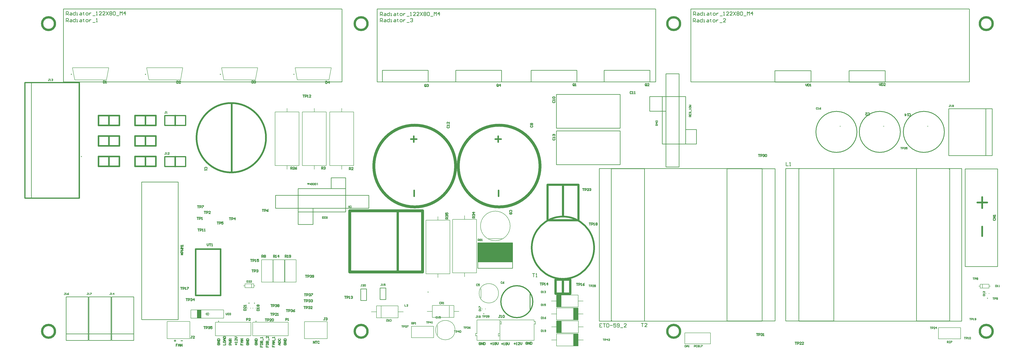
<source format=gbr>
%TF.GenerationSoftware,Altium Limited,Altium Designer,21.6.4 (81)*%
G04 Layer_Color=65535*
%FSLAX43Y43*%
%MOMM*%
%TF.SameCoordinates,9BCA014A-4D13-4940-A32C-4131998200A9*%
%TF.FilePolarity,Positive*%
%TF.FileFunction,Legend,Top*%
%TF.Part,Single*%
G01*
G75*
%TA.AperFunction,NonConductor*%
%ADD88C,0.250*%
%ADD89C,0.500*%
%ADD90C,0.200*%
%ADD91C,0.254*%
%ADD92C,1.270*%
%ADD93C,0.635*%
%ADD94C,0.508*%
%ADD95C,0.762*%
%ADD96C,0.300*%
%ADD133C,0.150*%
%ADD134C,1.000*%
%ADD135C,1.016*%
%ADD136C,0.889*%
%ADD137C,0.100*%
%ADD138R,15.240X8.382*%
%ADD139R,1.850X3.650*%
%ADD140R,2.032X5.334*%
D88*
X22056Y84200D02*
G03*
X22056Y84200I-125J0D01*
G01*
X173975Y24725D02*
G03*
X173975Y24725I-125J0D01*
G01*
X95483Y19874D02*
G03*
X95483Y19874I-125J0D01*
G01*
X419169Y22019D02*
G03*
X419169Y22019I-125J0D01*
G01*
X198375Y15200D02*
G03*
X198375Y15200I-125J0D01*
G01*
X97896Y19848D02*
G03*
X97896Y19848I-125J0D01*
G01*
X82163Y11900D02*
G03*
X82163Y11900I-125J0D01*
G01*
X50110Y120272D02*
G03*
X50110Y120272I-125J0D01*
G01*
X98546Y11900D02*
G03*
X98546Y11900I-125J0D01*
G01*
X82940Y120272D02*
G03*
X82940Y120272I-125J0D01*
G01*
X115184D02*
G03*
X115184Y120272I-125J0D01*
G01*
X17622D02*
G03*
X17622Y120272I-125J0D01*
G01*
D89*
X219750Y20500D02*
G03*
X219750Y20500I-7000J0D01*
G01*
D90*
X189850Y56625D02*
Y58255D01*
Y31495D02*
Y33125D01*
X184600D02*
X195100D01*
Y56625D01*
X184600D02*
X195100D01*
X184600Y33125D02*
Y56625D01*
X-2834Y116500D02*
X20788D01*
X-2834Y65900D02*
Y116500D01*
Y65900D02*
X20788D01*
Y116500D01*
X183125Y13700D02*
Y18700D01*
X173425Y16200D02*
X175675D01*
X185175D02*
X187425D01*
X185175Y13550D02*
Y18850D01*
X175675D02*
X185175D01*
X175675Y13550D02*
Y18850D01*
Y13550D02*
X185175D01*
X76150Y15100D02*
X76750D01*
Y14400D02*
Y15100D01*
X78050D01*
X76750D02*
Y15800D01*
X77457Y14393D02*
Y15807D01*
X76750Y15100D02*
X77457Y14393D01*
X76750Y15100D02*
X77457Y15807D01*
X69900Y13250D02*
X69900Y16925D01*
X84250D01*
X69900Y13250D02*
X84250Y13250D01*
Y16925D01*
X59435Y4275D02*
X69435D01*
X59435Y11775D02*
X69435D01*
Y4275D02*
Y11775D01*
X59435Y4275D02*
Y11775D01*
X415825Y28150D02*
X419725D01*
Y26450D02*
Y28150D01*
X415825Y26450D02*
X419725D01*
X415825D02*
Y28150D01*
X415250Y27300D02*
X415825D01*
X419725D02*
X420300D01*
X416800Y26520D02*
Y28080D01*
X94658Y17599D02*
Y17849D01*
X96008Y17599D02*
Y17849D01*
X397495Y4165D02*
Y9125D01*
X407275D01*
Y4165D02*
Y9125D01*
X397495Y4165D02*
X407275D01*
X178025Y5900D02*
Y10150D01*
X418394Y24044D02*
Y24294D01*
X419744Y24044D02*
Y24294D01*
X197075Y22050D02*
Y26300D01*
X93550Y26625D02*
X97450D01*
X93550D02*
Y28325D01*
X97450D01*
Y26625D02*
Y28325D01*
Y27475D02*
X98025D01*
X92975D02*
X93550D01*
X96475Y26695D02*
Y28255D01*
X100870Y29110D02*
X105830D01*
X100870D02*
Y38890D01*
X105830D01*
Y29110D02*
Y38890D01*
X110924Y29110D02*
Y38890D01*
X105964D02*
X110924D01*
X105964Y29110D02*
Y38890D01*
Y29110D02*
X110924D01*
X116035D02*
Y38890D01*
X111075D02*
X116035D01*
X111075Y29110D02*
Y38890D01*
Y29110D02*
X116035D01*
X286400Y2000D02*
X297600D01*
Y6800D01*
X286400D02*
X297600D01*
X286400Y2000D02*
Y6800D01*
X198950Y17225D02*
Y17475D01*
X197600Y17225D02*
Y17475D01*
X153275Y13550D02*
Y18550D01*
X160725Y16050D02*
X162975D01*
X148975D02*
X151225D01*
Y13400D02*
Y18700D01*
Y13400D02*
X160725D01*
Y18700D01*
X151225D02*
X160725D01*
X176330Y4725D02*
Y9685D01*
X166550Y4725D02*
X176330D01*
X166550D02*
Y9685D01*
X176330D01*
X205300Y10875D02*
X205900Y10625D01*
Y11825D01*
X205300Y11575D02*
X205900Y11825D01*
X194700Y6625D02*
X195300Y6375D01*
X194700Y5425D02*
X195300Y5675D01*
X194700Y5425D02*
Y6625D01*
X195300Y6375D02*
Y12525D01*
Y3525D02*
Y5675D01*
Y3525D02*
X205300D01*
X195300Y12525D02*
X205300D01*
Y11575D02*
Y12525D01*
Y3525D02*
Y10875D01*
X97071Y17573D02*
Y17823D01*
X98421Y17573D02*
Y17823D01*
X230120Y23450D02*
X239620D01*
Y18150D02*
Y23450D01*
X230120Y18150D02*
X239620D01*
X230120D02*
Y23450D01*
X227870Y20800D02*
X230120D01*
X239620D02*
X241870D01*
X232170Y18300D02*
Y23300D01*
X230120Y12450D02*
X239620D01*
X230120D02*
Y17750D01*
X239620D01*
Y12450D02*
Y17750D01*
Y15100D02*
X241870D01*
X227870D02*
X230120D01*
X237570Y12600D02*
Y17600D01*
X230175Y12075D02*
X239675D01*
Y6775D02*
Y12075D01*
X230175Y6775D02*
X239675D01*
X230175D02*
Y12075D01*
X227925Y9425D02*
X230175D01*
X239675D02*
X241925D01*
X232225Y6925D02*
Y11925D01*
X230170Y1075D02*
X239670D01*
X230170D02*
Y6375D01*
X239670D01*
Y1075D02*
Y6375D01*
Y3725D02*
X241920D01*
X227920D02*
X230170D01*
X237620Y1225D02*
Y6225D01*
X112000Y103750D02*
Y105380D01*
Y78620D02*
Y80250D01*
X106750D02*
X117250D01*
Y103750D01*
X106750D02*
X117250D01*
X106750Y80250D02*
Y103750D01*
X124000D02*
Y105380D01*
Y78620D02*
Y80250D01*
X118750D02*
X129250D01*
Y103750D01*
X118750D02*
X129250D01*
X118750Y80250D02*
Y103750D01*
X136000D02*
Y105380D01*
Y78620D02*
Y80250D01*
X130750D02*
X141250D01*
Y103750D01*
X130750D02*
X141250D01*
X130750Y80250D02*
Y103750D01*
X80598Y11475D02*
X96178D01*
X80598Y5525D02*
Y11475D01*
Y5525D02*
X96178D01*
Y11475D01*
X65355Y117845D02*
X66355Y123155D01*
X50485D02*
X51485Y117845D01*
X65355D01*
X50485Y123155D02*
X66355D01*
X172925Y32725D02*
Y56225D01*
X183425D01*
Y32725D02*
Y56225D01*
X172925Y32725D02*
X183425D01*
X178175Y31095D02*
Y32725D01*
Y56225D02*
Y57855D01*
X96981Y11475D02*
X112561D01*
X96981Y5525D02*
Y11475D01*
Y5525D02*
X112561D01*
Y11475D01*
X200325Y48100D02*
X206325D01*
X83315Y123155D02*
X99185D01*
X84315Y117845D02*
X98185D01*
X83315Y123155D02*
X84315Y117845D01*
X98185D02*
X99185Y123155D01*
X115559D02*
X131429D01*
X116559Y117845D02*
X130429D01*
X115559Y123155D02*
X116559Y117845D01*
X130429D02*
X131429Y123155D01*
X220300Y3500D02*
Y10850D01*
Y11550D02*
Y12500D01*
Y11550D02*
X220900Y11800D01*
Y10600D02*
Y11800D01*
X220300Y10850D02*
X220900Y10600D01*
X204700Y6600D02*
X205300Y6350D01*
X204700Y5400D02*
X205300Y5650D01*
X204700Y5400D02*
Y6600D01*
X205300Y6350D02*
Y12500D01*
Y3500D02*
Y5650D01*
Y3500D02*
X220300D01*
X205300Y12500D02*
X220300D01*
X119625Y4250D02*
X129625D01*
X119625Y11750D02*
X129625D01*
Y4250D02*
Y11750D01*
X119625Y4250D02*
Y11750D01*
X17997Y123155D02*
X33867D01*
X18997Y117845D02*
X32867D01*
X17997Y123155D02*
X18997Y117845D01*
X32867D02*
X33867Y123155D01*
D91*
X195597Y35157D02*
X210837D01*
X195597Y46333D02*
X210837D01*
Y35157D02*
Y46333D01*
X195597Y35157D02*
Y46333D01*
Y37951D02*
X210837D01*
X195597Y46333D02*
X210837D01*
Y37951D02*
Y46333D01*
X195597Y37951D02*
Y46333D01*
X-40Y65900D02*
Y116600D01*
X116900Y54425D02*
X123377D01*
X106950Y67225D02*
X147850D01*
X106950Y61510D02*
X147850D01*
X106950D02*
Y67225D01*
X147850Y61510D02*
Y67225D01*
X116900Y54425D02*
Y62044D01*
X123377Y54425D02*
Y61425D01*
X137728Y67759D02*
Y74871D01*
X131378D02*
X137728D01*
X131378Y70225D02*
Y74871D01*
X137728Y59885D02*
Y67759D01*
X116900Y65346D02*
Y70172D01*
X137728D01*
X116900Y59885D02*
X137728D01*
X116900D02*
Y65346D01*
X276460Y110550D02*
X281921D01*
X276460Y89722D02*
Y110550D01*
X286747Y89722D02*
Y110550D01*
X281921D02*
X286747D01*
X276460Y89722D02*
X284334D01*
X286800Y96072D02*
X291446D01*
Y89722D02*
Y96072D01*
X284334Y89722D02*
X291446D01*
X271000Y104073D02*
X278000D01*
X271000Y110550D02*
X278619D01*
X278085Y79600D02*
X283800D01*
X278085Y120500D02*
X283800D01*
X278085Y79600D02*
Y120500D01*
X283800Y79600D02*
Y120500D01*
X271000Y104073D02*
Y110550D01*
X230030Y95468D02*
X257970D01*
X230030Y80609D02*
X257970D01*
X230030D02*
Y95468D01*
X257970Y80609D02*
Y95468D01*
X230030Y111468D02*
X257970D01*
X230030Y96609D02*
X257970D01*
X230030D02*
Y111468D01*
X257970Y96609D02*
Y111468D01*
X185967Y116944D02*
Y122024D01*
X206033Y116944D02*
Y122024D01*
X185967D02*
X206033D01*
X185967Y116944D02*
X206033D01*
X153812D02*
Y122024D01*
X173878Y116944D02*
Y122024D01*
X153812D02*
X173878D01*
X153812Y116944D02*
X173878D01*
X218967D02*
Y122024D01*
X239033Y116944D02*
Y122024D01*
X218967D02*
X239033D01*
X218967Y116944D02*
X239033D01*
X250967D02*
Y122024D01*
X271033Y116944D02*
Y122024D01*
X250967D02*
X271033D01*
X250967Y116944D02*
X271033D01*
X146845Y25861D02*
Y26115D01*
Y21035D02*
Y23829D01*
X144305Y21035D02*
Y26115D01*
X146845D01*
Y23829D02*
Y25861D01*
X144305Y21035D02*
X146845D01*
X155270Y26286D02*
Y26540D01*
Y21460D02*
Y24254D01*
X152730Y21460D02*
Y26540D01*
X155270D01*
Y24254D02*
Y26286D01*
X152730Y21460D02*
X155270D01*
X320233Y12013D02*
Y78942D01*
X248859Y12013D02*
Y78942D01*
X320233D01*
X248859Y12013D02*
X320233D01*
X320131D02*
Y12038D01*
X319902Y12013D02*
Y12038D01*
X320131D01*
X319902Y12013D02*
X320131D01*
X268645D02*
Y78891D01*
X254116Y12013D02*
Y78891D01*
X268645D01*
X254116Y12013D02*
X268645D01*
X254066Y12241D02*
X254345D01*
X254066D02*
X254345D01*
X304866Y12025D02*
X325948D01*
X304866Y78840D02*
X325948D01*
X304866Y12025D02*
Y78840D01*
X325948Y12025D02*
Y78840D01*
X387900Y12055D02*
Y78933D01*
X402429Y12055D02*
Y78933D01*
X387900Y12055D02*
X402429D01*
X387900Y78933D02*
X402429D01*
X336313Y12004D02*
Y78933D01*
X407687Y12004D02*
Y78933D01*
X336313Y12004D02*
X407687D01*
X336313Y78933D02*
X407687D01*
X330598Y12106D02*
Y78921D01*
X351680Y12106D02*
Y78921D01*
X330598Y12106D02*
X351680D01*
X330598Y78921D02*
X351680D01*
X336415Y78908D02*
Y78933D01*
X336643Y78908D02*
Y78933D01*
X336415Y78908D02*
X336643D01*
X336415Y78933D02*
X336643D01*
X402201Y78705D02*
X402480D01*
X402201D02*
X402480D01*
X358294Y116912D02*
X374169D01*
X358294Y121865D02*
X374169D01*
Y116912D02*
Y121865D01*
X358294Y116912D02*
Y121865D01*
X325794Y116920D02*
X341669D01*
X325794Y121873D02*
X341669D01*
Y116920D02*
Y121873D01*
X325794Y116920D02*
Y121873D01*
X421049Y84586D02*
Y105160D01*
X401999Y84586D02*
Y105160D01*
X421049D01*
X401999Y84586D02*
X421049D01*
X418255D02*
Y105160D01*
X401999Y84586D02*
Y105160D01*
X418255D01*
X401999Y84586D02*
X418255D01*
X136100Y117000D02*
Y148900D01*
X14000Y117000D02*
X136100D01*
X14000D02*
Y149000D01*
Y149000D02*
X136000D01*
X273600Y117000D02*
Y148900D01*
X151500Y117000D02*
X273600D01*
X151500D02*
Y149000D01*
Y149000D02*
X273500D01*
X411100Y117000D02*
Y148900D01*
X289000Y117000D02*
X411100D01*
X289000D02*
Y149000D01*
Y149000D02*
X411000D01*
X35174Y6412D02*
Y22668D01*
X44826Y6412D02*
Y22668D01*
X35174D02*
X44826D01*
X35174Y6412D02*
X44826D01*
X35174Y3491D02*
Y22668D01*
X44826Y3491D02*
Y22668D01*
X35174D02*
X44826D01*
X35174Y3491D02*
X44826D01*
X15174Y6412D02*
Y22668D01*
X24826Y6412D02*
Y22668D01*
X15174D02*
X24826D01*
X15174Y6412D02*
X24826D01*
X15174Y3491D02*
Y22668D01*
X24826Y3491D02*
Y22668D01*
X15174D02*
X24826D01*
X15174Y3491D02*
X24826D01*
X25174Y6412D02*
Y22668D01*
X34826Y6412D02*
Y22668D01*
X25174D02*
X34826D01*
X25174Y6412D02*
X34826D01*
X25174Y3491D02*
Y22668D01*
X34826Y3491D02*
Y22668D01*
X25174D02*
X34826D01*
X25174Y3491D02*
X34826D01*
X409188Y35973D02*
Y78772D01*
X423412Y35973D02*
Y78772D01*
X409188Y35973D02*
X423412D01*
X409188Y78772D02*
X423412D01*
X48310Y12662D02*
Y72987D01*
X64312Y12662D02*
Y72987D01*
X48310Y12662D02*
X64312D01*
X48310Y72987D02*
X64312D01*
X50000Y79841D02*
Y82000D01*
Y100000D02*
Y102159D01*
Y91000D02*
Y93159D01*
X34000Y88841D02*
Y91000D01*
Y100000D02*
Y102159D01*
Y82000D02*
Y84159D01*
X179400Y20217D02*
X179267Y20350D01*
X179000D01*
X178867Y20217D01*
Y19683D01*
X179000Y19550D01*
X179267D01*
X179400Y19683D01*
X179667Y19550D02*
Y20350D01*
X180067D01*
X180200Y20217D01*
Y19950D01*
X180067Y19817D01*
X179667D01*
X179933D02*
X180200Y19550D01*
X180466D02*
X180733D01*
X180600D01*
Y20350D01*
X180466Y20217D01*
X129616Y57850D02*
Y57050D01*
X129216D01*
X129083Y57183D01*
Y57450D01*
X129216Y57583D01*
X129616D01*
X129350D02*
X129083Y57850D01*
X128817Y57183D02*
X128683Y57050D01*
X128417D01*
X128283Y57183D01*
Y57317D01*
X128417Y57450D01*
X128550D01*
X128417D01*
X128283Y57583D01*
Y57717D01*
X128417Y57850D01*
X128683D01*
X128817Y57717D01*
X128017Y57183D02*
X127884Y57050D01*
X127617D01*
X127484Y57183D01*
Y57317D01*
X127617Y57450D01*
X127750D01*
X127617D01*
X127484Y57583D01*
Y57717D01*
X127617Y57850D01*
X127884D01*
X128017Y57717D01*
X125424Y72550D02*
X125158D01*
X125291D01*
Y71750D01*
X125424Y71883D01*
X124758D02*
X124625Y71750D01*
X124358D01*
X124225Y71883D01*
Y72417D01*
X124358Y72550D01*
X124625D01*
X124758Y72417D01*
Y71883D01*
X123958D02*
X123825Y71750D01*
X123558D01*
X123425Y71883D01*
Y72417D01*
X123558Y72550D01*
X123825D01*
X123958Y72417D01*
Y71883D01*
X122758Y71750D02*
X123025D01*
X123158Y71883D01*
Y72417D01*
X123025Y72550D01*
X122758D01*
X122625Y72417D01*
Y71883D01*
X122758Y71750D01*
X122359D02*
Y72550D01*
Y72150D01*
X122225Y72017D01*
X121959D01*
X121825Y72150D01*
Y72550D01*
X121559D02*
Y72017D01*
X121426D01*
X121292Y72150D01*
Y72550D01*
Y72150D01*
X121159Y72017D01*
X121026Y72150D01*
Y72550D01*
X274425Y97834D02*
X273625D01*
Y98234D01*
X273758Y98367D01*
X274025D01*
X274158Y98234D01*
Y97834D01*
Y98100D02*
X274425Y98367D01*
Y99033D02*
X273625D01*
X274025Y98633D01*
Y99167D01*
X273758Y99433D02*
X273625Y99566D01*
Y99833D01*
X273758Y99966D01*
X274292D01*
X274425Y99833D01*
Y99566D01*
X274292Y99433D01*
X273758D01*
X289058Y101626D02*
X288258D01*
Y102026D01*
X288392Y102159D01*
X288658D01*
X288792Y102026D01*
Y101626D01*
Y101892D02*
X289058Y102159D01*
X288258Y102959D02*
Y102426D01*
X289058D01*
Y102959D01*
X288658Y102426D02*
Y102692D01*
X288392Y103758D02*
X288258Y103625D01*
Y103359D01*
X288392Y103225D01*
X288525D01*
X288658Y103359D01*
Y103625D01*
X288792Y103758D01*
X288925D01*
X289058Y103625D01*
Y103359D01*
X288925Y103225D01*
X289191Y104025D02*
Y104558D01*
X289058Y104825D02*
Y105091D01*
Y104958D01*
X288258D01*
X288392Y104825D01*
Y105491D02*
X288258Y105625D01*
Y105891D01*
X288392Y106024D01*
X288925D01*
X289058Y105891D01*
Y105625D01*
X288925Y105491D01*
X288392D01*
X288258Y106291D02*
X289058D01*
X288792Y106558D01*
X289058Y106824D01*
X288258D01*
X157133Y12033D02*
X157266Y11900D01*
X157533D01*
X157666Y12033D01*
Y12567D01*
X157533Y12700D01*
X157266D01*
X157133Y12567D01*
X156867Y12700D02*
Y11900D01*
X156467D01*
X156333Y12033D01*
Y12300D01*
X156467Y12433D01*
X156867D01*
X156600D02*
X156333Y12700D01*
X155534D02*
X156067D01*
X155534Y12167D01*
Y12033D01*
X155667Y11900D01*
X155934D01*
X156067Y12033D01*
X267205Y11012D02*
X268221D01*
X267713D01*
Y9488D01*
X269745D02*
X268729D01*
X269745Y10504D01*
Y10758D01*
X269491Y11012D01*
X268983D01*
X268729Y10758D01*
X250012Y10845D02*
X248996D01*
Y9321D01*
X250012D01*
X248996Y10083D02*
X249504D01*
X250520Y10845D02*
X251535D01*
X251028D01*
Y9321D01*
X252043Y10845D02*
Y9321D01*
X252805D01*
X253059Y9575D01*
Y10591D01*
X252805Y10845D01*
X252043D01*
X253567Y10083D02*
X254582D01*
X256106Y10845D02*
X255090D01*
Y10083D01*
X255598Y10337D01*
X255852D01*
X256106Y10083D01*
Y9575D01*
X255852Y9321D01*
X255344D01*
X255090Y9575D01*
X256614D02*
X256868Y9321D01*
X257375D01*
X257629Y9575D01*
Y10591D01*
X257375Y10845D01*
X256868D01*
X256614Y10591D01*
Y10337D01*
X256868Y10083D01*
X257629D01*
X258137Y9067D02*
X259153D01*
X260676Y9321D02*
X259661D01*
X260676Y10337D01*
Y10591D01*
X260422Y10845D01*
X259915D01*
X259661Y10591D01*
X344475Y105568D02*
X344341Y105701D01*
X344075D01*
X343941Y105568D01*
Y105035D01*
X344075Y104902D01*
X344341D01*
X344475Y105035D01*
X344741Y104902D02*
X345008D01*
X344874D01*
Y105701D01*
X344741Y105568D01*
X345941Y105701D02*
X345674Y105568D01*
X345408Y105301D01*
Y105035D01*
X345541Y104902D01*
X345807D01*
X345941Y105035D01*
Y105168D01*
X345807Y105301D01*
X345408D01*
X219579Y32875D02*
X220595D01*
X220087D01*
Y31351D01*
X221103D02*
X221611D01*
X221357D01*
Y32875D01*
X221103Y32621D01*
X330733Y81635D02*
Y80111D01*
X331749D01*
X332257D02*
X332765D01*
X332511D01*
Y81635D01*
X332257Y81381D01*
X286392Y1425D02*
Y625D01*
X286792D01*
X286925Y758D01*
Y1292D01*
X286792Y1425D01*
X286392D01*
X287192Y625D02*
Y1158D01*
X287458Y1425D01*
X287725Y1158D01*
Y625D01*
Y1025D01*
X287192D01*
X287991Y625D02*
X288258D01*
X288125D01*
Y1425D01*
X287991Y1292D01*
X290451Y625D02*
Y1425D01*
X290850D01*
X290984Y1292D01*
Y1025D01*
X290850Y892D01*
X290451D01*
X291783Y1292D02*
X291650Y1425D01*
X291384D01*
X291250Y1292D01*
Y758D01*
X291384Y625D01*
X291650D01*
X291783Y758D01*
X292050Y1292D02*
X292183Y1425D01*
X292450D01*
X292583Y1292D01*
Y1158D01*
X292450Y1025D01*
X292583Y892D01*
Y758D01*
X292450Y625D01*
X292183D01*
X292050Y758D01*
Y892D01*
X292183Y1025D01*
X292050Y1158D01*
Y1292D01*
X292183Y1025D02*
X292450D01*
X292850Y625D02*
X293116D01*
X292983D01*
Y1425D01*
X292850Y1292D01*
X293516Y1425D02*
X294049D01*
Y1292D01*
X293516Y758D01*
Y625D01*
X152865Y143290D02*
Y144814D01*
X153627D01*
X153881Y144560D01*
Y144052D01*
X153627Y143798D01*
X152865D01*
X153373D02*
X153881Y143290D01*
X154643Y144306D02*
X155151D01*
X155404Y144052D01*
Y143290D01*
X154643D01*
X154389Y143544D01*
X154643Y143798D01*
X155404D01*
X156928Y144814D02*
Y143290D01*
X156166D01*
X155912Y143544D01*
Y144052D01*
X156166Y144306D01*
X156928D01*
X157436Y143290D02*
X157944D01*
X157690D01*
Y144306D01*
X157436D01*
X158959D02*
X159467D01*
X159721Y144052D01*
Y143290D01*
X158959D01*
X158705Y143544D01*
X158959Y143798D01*
X159721D01*
X160483Y144560D02*
Y144306D01*
X160229D01*
X160737D01*
X160483D01*
Y143544D01*
X160737Y143290D01*
X161752D02*
X162260D01*
X162514Y143544D01*
Y144052D01*
X162260Y144306D01*
X161752D01*
X161499Y144052D01*
Y143544D01*
X161752Y143290D01*
X163022Y144306D02*
Y143290D01*
Y143798D01*
X163276Y144052D01*
X163530Y144306D01*
X163784D01*
X164546Y143036D02*
X165561D01*
X166069Y144560D02*
X166323Y144814D01*
X166831D01*
X167085Y144560D01*
Y144306D01*
X166831Y144052D01*
X166577D01*
X166831D01*
X167085Y143798D01*
Y143544D01*
X166831Y143290D01*
X166323D01*
X166069Y143544D01*
X152823Y145990D02*
Y147514D01*
X153585D01*
X153839Y147260D01*
Y146752D01*
X153585Y146498D01*
X152823D01*
X153331D02*
X153839Y145990D01*
X154601Y147006D02*
X155108D01*
X155362Y146752D01*
Y145990D01*
X154601D01*
X154347Y146244D01*
X154601Y146498D01*
X155362D01*
X156886Y147514D02*
Y145990D01*
X156124D01*
X155870Y146244D01*
Y146752D01*
X156124Y147006D01*
X156886D01*
X157394Y145990D02*
X157902D01*
X157648D01*
Y147006D01*
X157394D01*
X158917D02*
X159425D01*
X159679Y146752D01*
Y145990D01*
X158917D01*
X158663Y146244D01*
X158917Y146498D01*
X159679D01*
X160441Y147260D02*
Y147006D01*
X160187D01*
X160695D01*
X160441D01*
Y146244D01*
X160695Y145990D01*
X161710D02*
X162218D01*
X162472Y146244D01*
Y146752D01*
X162218Y147006D01*
X161710D01*
X161456Y146752D01*
Y146244D01*
X161710Y145990D01*
X162980Y147006D02*
Y145990D01*
Y146498D01*
X163234Y146752D01*
X163488Y147006D01*
X163742D01*
X164503Y145736D02*
X165519D01*
X166027Y145990D02*
X166535D01*
X166281D01*
Y147514D01*
X166027Y147260D01*
X168312Y145990D02*
X167297D01*
X168312Y147006D01*
Y147260D01*
X168058Y147514D01*
X167550D01*
X167297Y147260D01*
X169836Y145990D02*
X168820D01*
X169836Y147006D01*
Y147260D01*
X169582Y147514D01*
X169074D01*
X168820Y147260D01*
X170344Y147514D02*
X171359Y145990D01*
Y147514D02*
X170344Y145990D01*
X171867Y147260D02*
X172121Y147514D01*
X172629D01*
X172883Y147260D01*
Y147006D01*
X172629Y146752D01*
X172883Y146498D01*
Y146244D01*
X172629Y145990D01*
X172121D01*
X171867Y146244D01*
Y146498D01*
X172121Y146752D01*
X171867Y147006D01*
Y147260D01*
X172121Y146752D02*
X172629D01*
X173391Y147260D02*
X173645Y147514D01*
X174152D01*
X174406Y147260D01*
Y146244D01*
X174152Y145990D01*
X173645D01*
X173391Y146244D01*
Y147260D01*
X174914Y145736D02*
X175930D01*
X176438Y145990D02*
Y147514D01*
X176945Y147006D01*
X177453Y147514D01*
Y145990D01*
X178723D02*
Y147514D01*
X177961Y146752D01*
X178977D01*
X290040Y143190D02*
Y144714D01*
X290802D01*
X291056Y144460D01*
Y143952D01*
X290802Y143698D01*
X290040D01*
X290548D02*
X291056Y143190D01*
X291818Y144206D02*
X292326D01*
X292579Y143952D01*
Y143190D01*
X291818D01*
X291564Y143444D01*
X291818Y143698D01*
X292579D01*
X294103Y144714D02*
Y143190D01*
X293341D01*
X293087Y143444D01*
Y143952D01*
X293341Y144206D01*
X294103D01*
X294611Y143190D02*
X295119D01*
X294865D01*
Y144206D01*
X294611D01*
X296134D02*
X296642D01*
X296896Y143952D01*
Y143190D01*
X296134D01*
X295880Y143444D01*
X296134Y143698D01*
X296896D01*
X297658Y144460D02*
Y144206D01*
X297404D01*
X297912D01*
X297658D01*
Y143444D01*
X297912Y143190D01*
X298927D02*
X299435D01*
X299689Y143444D01*
Y143952D01*
X299435Y144206D01*
X298927D01*
X298674Y143952D01*
Y143444D01*
X298927Y143190D01*
X300197Y144206D02*
Y143190D01*
Y143698D01*
X300451Y143952D01*
X300705Y144206D01*
X300959D01*
X301721Y142936D02*
X302736D01*
X304260Y143190D02*
X303244D01*
X304260Y144206D01*
Y144460D01*
X304006Y144714D01*
X303498D01*
X303244Y144460D01*
X290123Y146215D02*
Y147739D01*
X290885D01*
X291139Y147485D01*
Y146977D01*
X290885Y146723D01*
X290123D01*
X290631D02*
X291139Y146215D01*
X291901Y147231D02*
X292408D01*
X292662Y146977D01*
Y146215D01*
X291901D01*
X291647Y146469D01*
X291901Y146723D01*
X292662D01*
X294186Y147739D02*
Y146215D01*
X293424D01*
X293170Y146469D01*
Y146977D01*
X293424Y147231D01*
X294186D01*
X294694Y146215D02*
X295202D01*
X294948D01*
Y147231D01*
X294694D01*
X296217D02*
X296725D01*
X296979Y146977D01*
Y146215D01*
X296217D01*
X295963Y146469D01*
X296217Y146723D01*
X296979D01*
X297741Y147485D02*
Y147231D01*
X297487D01*
X297995D01*
X297741D01*
Y146469D01*
X297995Y146215D01*
X299010D02*
X299518D01*
X299772Y146469D01*
Y146977D01*
X299518Y147231D01*
X299010D01*
X298756Y146977D01*
Y146469D01*
X299010Y146215D01*
X300280Y147231D02*
Y146215D01*
Y146723D01*
X300534Y146977D01*
X300788Y147231D01*
X301042D01*
X301803Y145961D02*
X302819D01*
X303327Y146215D02*
X303835D01*
X303581D01*
Y147739D01*
X303327Y147485D01*
X305612Y146215D02*
X304597D01*
X305612Y147231D01*
Y147485D01*
X305358Y147739D01*
X304850D01*
X304597Y147485D01*
X307136Y146215D02*
X306120D01*
X307136Y147231D01*
Y147485D01*
X306882Y147739D01*
X306374D01*
X306120Y147485D01*
X307644Y147739D02*
X308659Y146215D01*
Y147739D02*
X307644Y146215D01*
X309167Y147485D02*
X309421Y147739D01*
X309929D01*
X310183Y147485D01*
Y147231D01*
X309929Y146977D01*
X310183Y146723D01*
Y146469D01*
X309929Y146215D01*
X309421D01*
X309167Y146469D01*
Y146723D01*
X309421Y146977D01*
X309167Y147231D01*
Y147485D01*
X309421Y146977D02*
X309929D01*
X310691Y147485D02*
X310944Y147739D01*
X311452D01*
X311706Y147485D01*
Y146469D01*
X311452Y146215D01*
X310944D01*
X310691Y146469D01*
Y147485D01*
X312214Y145961D02*
X313230D01*
X313738Y146215D02*
Y147739D01*
X314245Y147231D01*
X314753Y147739D01*
Y146215D01*
X316023D02*
Y147739D01*
X315261Y146977D01*
X316277D01*
X15169Y143265D02*
Y144789D01*
X15931D01*
X16185Y144535D01*
Y144027D01*
X15931Y143773D01*
X15169D01*
X15677D02*
X16185Y143265D01*
X16947Y144281D02*
X17454D01*
X17708Y144027D01*
Y143265D01*
X16947D01*
X16693Y143519D01*
X16947Y143773D01*
X17708D01*
X19232Y144789D02*
Y143265D01*
X18470D01*
X18216Y143519D01*
Y144027D01*
X18470Y144281D01*
X19232D01*
X19740Y143265D02*
X20248D01*
X19994D01*
Y144281D01*
X19740D01*
X21263D02*
X21771D01*
X22025Y144027D01*
Y143265D01*
X21263D01*
X21009Y143519D01*
X21263Y143773D01*
X22025D01*
X22787Y144535D02*
Y144281D01*
X22533D01*
X23041D01*
X22787D01*
Y143519D01*
X23041Y143265D01*
X24056D02*
X24564D01*
X24818Y143519D01*
Y144027D01*
X24564Y144281D01*
X24056D01*
X23802Y144027D01*
Y143519D01*
X24056Y143265D01*
X25326Y144281D02*
Y143265D01*
Y143773D01*
X25580Y144027D01*
X25834Y144281D01*
X26088D01*
X26849Y143011D02*
X27865D01*
X28373Y143265D02*
X28881D01*
X28627D01*
Y144789D01*
X28373Y144535D01*
X15198Y146240D02*
Y147764D01*
X15960D01*
X16214Y147510D01*
Y147002D01*
X15960Y146748D01*
X15198D01*
X15706D02*
X16214Y146240D01*
X16976Y147256D02*
X17483D01*
X17737Y147002D01*
Y146240D01*
X16976D01*
X16722Y146494D01*
X16976Y146748D01*
X17737D01*
X19261Y147764D02*
Y146240D01*
X18499D01*
X18245Y146494D01*
Y147002D01*
X18499Y147256D01*
X19261D01*
X19769Y146240D02*
X20277D01*
X20023D01*
Y147256D01*
X19769D01*
X21292D02*
X21800D01*
X22054Y147002D01*
Y146240D01*
X21292D01*
X21038Y146494D01*
X21292Y146748D01*
X22054D01*
X22816Y147510D02*
Y147256D01*
X22562D01*
X23070D01*
X22816D01*
Y146494D01*
X23070Y146240D01*
X24085D02*
X24593D01*
X24847Y146494D01*
Y147002D01*
X24593Y147256D01*
X24085D01*
X23831Y147002D01*
Y146494D01*
X24085Y146240D01*
X25355Y147256D02*
Y146240D01*
Y146748D01*
X25609Y147002D01*
X25863Y147256D01*
X26117D01*
X26878Y145986D02*
X27894D01*
X28402Y146240D02*
X28910D01*
X28656D01*
Y147764D01*
X28402Y147510D01*
X30687Y146240D02*
X29672D01*
X30687Y147256D01*
Y147510D01*
X30433Y147764D01*
X29925D01*
X29672Y147510D01*
X32211Y146240D02*
X31195D01*
X32211Y147256D01*
Y147510D01*
X31957Y147764D01*
X31449D01*
X31195Y147510D01*
X32719Y147764D02*
X33734Y146240D01*
Y147764D02*
X32719Y146240D01*
X34242Y147510D02*
X34496Y147764D01*
X35004D01*
X35258Y147510D01*
Y147256D01*
X35004Y147002D01*
X35258Y146748D01*
Y146494D01*
X35004Y146240D01*
X34496D01*
X34242Y146494D01*
Y146748D01*
X34496Y147002D01*
X34242Y147256D01*
Y147510D01*
X34496Y147002D02*
X35004D01*
X35766Y147510D02*
X36020Y147764D01*
X36527D01*
X36781Y147510D01*
Y146494D01*
X36527Y146240D01*
X36020D01*
X35766Y146494D01*
Y147510D01*
X37289Y145986D02*
X38305D01*
X38813Y146240D02*
Y147764D01*
X39320Y147256D01*
X39828Y147764D01*
Y146240D01*
X41098D02*
Y147764D01*
X40336Y147002D01*
X41352D01*
X195732Y47218D02*
Y48018D01*
X196132D01*
X196266Y47885D01*
Y47618D01*
X196132Y47485D01*
X195732D01*
X195999D02*
X196266Y47218D01*
X197065Y47885D02*
X196932Y48018D01*
X196665D01*
X196532Y47885D01*
Y47351D01*
X196665Y47218D01*
X196932D01*
X197065Y47351D01*
Y47618D01*
X196799D01*
X197332Y47218D02*
X197598D01*
X197465D01*
Y48018D01*
X197332Y47885D01*
X85209Y15500D02*
Y14967D01*
X85475Y14700D01*
X85742Y14967D01*
Y15500D01*
X86008D02*
Y14700D01*
X86408D01*
X86542Y14833D01*
Y15367D01*
X86408Y15500D01*
X86008D01*
X86808Y15367D02*
X86941Y15500D01*
X87208D01*
X87341Y15367D01*
Y15233D01*
X87208Y15100D01*
X87075D01*
X87208D01*
X87341Y14967D01*
Y14833D01*
X87208Y14700D01*
X86941D01*
X86808Y14833D01*
X250509Y4225D02*
X251042D01*
X250775D01*
Y3425D01*
X251309D02*
Y4225D01*
X251708D01*
X251842Y4092D01*
Y3825D01*
X251708Y3692D01*
X251309D01*
X252508Y3425D02*
Y4225D01*
X252108Y3825D01*
X252641D01*
X253441Y3425D02*
X252908D01*
X253441Y3958D01*
Y4092D01*
X253308Y4225D01*
X253041D01*
X252908Y4092D01*
X173067Y11825D02*
X173600D01*
X173334D01*
Y11025D01*
X173867D02*
Y11825D01*
X174267D01*
X174400Y11692D01*
Y11425D01*
X174267Y11292D01*
X173867D01*
X175066Y11025D02*
Y11825D01*
X174667Y11425D01*
X175200D01*
X175466Y11025D02*
X175733D01*
X175600D01*
Y11825D01*
X175466Y11692D01*
X185284Y7800D02*
X185817D01*
X185550D01*
Y7000D01*
X186084D02*
Y7800D01*
X186483D01*
X186617Y7667D01*
Y7400D01*
X186483Y7267D01*
X186084D01*
X187283Y7000D02*
Y7800D01*
X186883Y7400D01*
X187416D01*
X187683Y7667D02*
X187816Y7800D01*
X188083D01*
X188216Y7667D01*
Y7133D01*
X188083Y7000D01*
X187816D01*
X187683Y7133D01*
Y7667D01*
X197634Y14475D02*
X198167D01*
X197900D01*
Y13675D01*
X198434D02*
Y14475D01*
X198833D01*
X198967Y14342D01*
Y14075D01*
X198833Y13942D01*
X198434D01*
X199766Y13675D02*
X199233D01*
X199766Y14208D01*
Y14342D01*
X199633Y14475D01*
X199367D01*
X199233Y14342D01*
X200033Y13808D02*
X200166Y13675D01*
X200433D01*
X200566Y13808D01*
Y14342D01*
X200433Y14475D01*
X200166D01*
X200033Y14342D01*
Y14208D01*
X200166Y14075D01*
X200566D01*
X244297Y27876D02*
X244830D01*
X244564D01*
Y27076D01*
X245097D02*
Y27876D01*
X245497D01*
X245630Y27742D01*
Y27476D01*
X245497Y27343D01*
X245097D01*
X246430Y27076D02*
X245897D01*
X246430Y27609D01*
Y27742D01*
X246297Y27876D01*
X246030D01*
X245897Y27742D01*
X246696D02*
X246830Y27876D01*
X247096D01*
X247230Y27742D01*
Y27609D01*
X247096Y27476D01*
X247230Y27343D01*
Y27209D01*
X247096Y27076D01*
X246830D01*
X246696Y27209D01*
Y27343D01*
X246830Y27476D01*
X246696Y27609D01*
Y27742D01*
X246830Y27476D02*
X247096D01*
X162234Y10050D02*
X162767D01*
X162500D01*
Y9250D01*
X163034D02*
Y10050D01*
X163433D01*
X163567Y9917D01*
Y9650D01*
X163433Y9517D01*
X163034D01*
X164366Y9250D02*
X163833D01*
X164366Y9783D01*
Y9917D01*
X164233Y10050D01*
X163967D01*
X163833Y9917D01*
X164633Y10050D02*
X165166D01*
Y9917D01*
X164633Y9383D01*
Y9250D01*
X189409Y9550D02*
X189942D01*
X189675D01*
Y8750D01*
X190209D02*
Y9550D01*
X190608D01*
X190742Y9417D01*
Y9150D01*
X190608Y9017D01*
X190209D01*
X191541Y8750D02*
X191008D01*
X191541Y9283D01*
Y9417D01*
X191408Y9550D01*
X191142D01*
X191008Y9417D01*
X192341Y9550D02*
X192075Y9417D01*
X191808Y9150D01*
Y8883D01*
X191941Y8750D01*
X192208D01*
X192341Y8883D01*
Y9017D01*
X192208Y9150D01*
X191808D01*
X380924Y88277D02*
X381457D01*
X381190D01*
Y87477D01*
X381724D02*
Y88277D01*
X382123D01*
X382257Y88144D01*
Y87877D01*
X382123Y87744D01*
X381724D01*
X383056Y87477D02*
X382523D01*
X383056Y88010D01*
Y88144D01*
X382923Y88277D01*
X382657D01*
X382523Y88144D01*
X383856Y88277D02*
X383323D01*
Y87877D01*
X383590Y88010D01*
X383723D01*
X383856Y87877D01*
Y87610D01*
X383723Y87477D01*
X383456D01*
X383323Y87610D01*
X393878Y9410D02*
X394411D01*
X394144D01*
Y8610D01*
X394678D02*
Y9410D01*
X395077D01*
X395211Y9277D01*
Y9010D01*
X395077Y8877D01*
X394678D01*
X396010Y8610D02*
X395477D01*
X396010Y9143D01*
Y9277D01*
X395877Y9410D01*
X395611D01*
X395477Y9277D01*
X396677Y8610D02*
Y9410D01*
X396277Y9010D01*
X396810D01*
X411150Y13250D02*
X411684D01*
X411417D01*
Y12450D01*
X411950D02*
Y13250D01*
X412350D01*
X412483Y13117D01*
Y12850D01*
X412350Y12717D01*
X411950D01*
X412750Y12450D02*
X413017D01*
X412883D01*
Y13250D01*
X412750Y13117D01*
X413416Y12583D02*
X413550Y12450D01*
X413816D01*
X413950Y12583D01*
Y13117D01*
X413816Y13250D01*
X413550D01*
X413416Y13117D01*
Y12983D01*
X413550Y12850D01*
X413950D01*
X408825Y4925D02*
X409359D01*
X409092D01*
Y4125D01*
X409625D02*
Y4925D01*
X410025D01*
X410158Y4792D01*
Y4525D01*
X410025Y4392D01*
X409625D01*
X410425Y4125D02*
X410692D01*
X410558D01*
Y4925D01*
X410425Y4792D01*
X411091D02*
X411225Y4925D01*
X411491D01*
X411625Y4792D01*
Y4258D01*
X411491Y4125D01*
X411225D01*
X411091Y4258D01*
Y4792D01*
X421309Y22300D02*
X421842D01*
X421575D01*
Y21500D01*
X422108D02*
Y22300D01*
X422508D01*
X422642Y22167D01*
Y21900D01*
X422508Y21767D01*
X422108D01*
X422908Y21633D02*
X423041Y21500D01*
X423308D01*
X423441Y21633D01*
Y22167D01*
X423308Y22300D01*
X423041D01*
X422908Y22167D01*
Y22033D01*
X423041Y21900D01*
X423441D01*
X412634Y31025D02*
X413167D01*
X412900D01*
Y30225D01*
X413433D02*
Y31025D01*
X413833D01*
X413967Y30892D01*
Y30625D01*
X413833Y30492D01*
X413433D01*
X414233Y30892D02*
X414366Y31025D01*
X414633D01*
X414766Y30892D01*
Y30758D01*
X414633Y30625D01*
X414766Y30492D01*
Y30358D01*
X414633Y30225D01*
X414366D01*
X414233Y30358D01*
Y30492D01*
X414366Y30625D01*
X414233Y30758D01*
Y30892D01*
X414366Y30625D02*
X414633D01*
X166599Y10642D02*
Y11442D01*
X166998D01*
X167132Y11309D01*
Y11042D01*
X166998Y10909D01*
X166599D01*
X166865D02*
X167132Y10642D01*
X167398D02*
Y11442D01*
X167798D01*
X167932Y11309D01*
Y11042D01*
X167798Y10909D01*
X167398D01*
X168198Y10642D02*
X168465D01*
X168331D01*
Y11442D01*
X168198Y11309D01*
X401359Y2450D02*
Y3250D01*
X401759D01*
X401892Y3117D01*
Y2850D01*
X401759Y2717D01*
X401359D01*
X401625D02*
X401892Y2450D01*
X402692D02*
X402158D01*
X402692Y2983D01*
Y3117D01*
X402558Y3250D01*
X402292D01*
X402158Y3117D01*
X402958Y3250D02*
X403491D01*
Y3117D01*
X402958Y2583D01*
Y2450D01*
X163609Y19275D02*
Y18475D01*
X164142D01*
X164941D02*
X164408D01*
X164941Y19008D01*
Y19142D01*
X164808Y19275D01*
X164542D01*
X164408Y19142D01*
X144842Y28075D02*
X144575D01*
X144709D01*
Y27408D01*
X144575Y27275D01*
X144442D01*
X144309Y27408D01*
X145642Y27275D02*
X145108D01*
X145642Y27808D01*
Y27942D01*
X145508Y28075D01*
X145242D01*
X145108Y27942D01*
X145908D02*
X146041Y28075D01*
X146308D01*
X146441Y27942D01*
Y27408D01*
X146308Y27275D01*
X146041D01*
X145908Y27408D01*
Y27942D01*
X195275Y14312D02*
X195008D01*
X195142D01*
Y13646D01*
X195008Y13512D01*
X194875D01*
X194742Y13646D01*
X195542Y13512D02*
X195808D01*
X195675D01*
Y14312D01*
X195542Y14179D01*
X196208Y13646D02*
X196341Y13512D01*
X196608D01*
X196741Y13646D01*
Y14179D01*
X196608Y14312D01*
X196341D01*
X196208Y14179D01*
Y14046D01*
X196341Y13912D01*
X196741D01*
X402666Y106844D02*
X402399D01*
X402533D01*
Y106178D01*
X402399Y106045D01*
X402266D01*
X402133Y106178D01*
X402933Y106045D02*
X403199D01*
X403066D01*
Y106844D01*
X402933Y106711D01*
X403599D02*
X403732Y106844D01*
X403999D01*
X404132Y106711D01*
Y106578D01*
X403999Y106444D01*
X404132Y106311D01*
Y106178D01*
X403999Y106045D01*
X403732D01*
X403599Y106178D01*
Y106311D01*
X403732Y106444D01*
X403599Y106578D01*
Y106711D01*
X403732Y106444D02*
X403999D01*
X24790Y24345D02*
X24524D01*
X24657D01*
Y23679D01*
X24524Y23545D01*
X24390D01*
X24257Y23679D01*
X25057Y23545D02*
X25323D01*
X25190D01*
Y24345D01*
X25057Y24212D01*
X25723Y24345D02*
X26256D01*
Y24212D01*
X25723Y23679D01*
Y23545D01*
X14783Y24345D02*
X14516D01*
X14649D01*
Y23679D01*
X14516Y23545D01*
X14383D01*
X14249Y23679D01*
X15049Y23545D02*
X15316D01*
X15182D01*
Y24345D01*
X15049Y24212D01*
X16249Y24345D02*
X15982Y24212D01*
X15716Y23945D01*
Y23679D01*
X15849Y23545D01*
X16115D01*
X16249Y23679D01*
Y23812D01*
X16115Y23945D01*
X15716D01*
X153558Y28350D02*
X153292D01*
X153425D01*
Y27683D01*
X153292Y27550D01*
X153159D01*
X153025Y27683D01*
X153825Y27550D02*
X154092D01*
X153958D01*
Y28350D01*
X153825Y28217D01*
X155025Y28350D02*
X154492D01*
Y27950D01*
X154758Y28083D01*
X154891D01*
X155025Y27950D01*
Y27683D01*
X154891Y27550D01*
X154625D01*
X154492Y27683D01*
X34798Y24345D02*
X34531D01*
X34664D01*
Y23679D01*
X34531Y23545D01*
X34398D01*
X34265Y23679D01*
X35064Y23545D02*
X35331D01*
X35198D01*
Y24345D01*
X35064Y24212D01*
X36131Y23545D02*
Y24345D01*
X35731Y23945D01*
X36264D01*
X7858Y118275D02*
X7592D01*
X7725D01*
Y117608D01*
X7592Y117475D01*
X7459D01*
X7325Y117608D01*
X8125Y117475D02*
X8392D01*
X8258D01*
Y118275D01*
X8125Y118142D01*
X8792D02*
X8925Y118275D01*
X9191D01*
X9325Y118142D01*
Y118008D01*
X9191Y117875D01*
X9058D01*
X9191D01*
X9325Y117742D01*
Y117608D01*
X9191Y117475D01*
X8925D01*
X8792Y117608D01*
X58902Y104000D02*
X58636D01*
X58769D01*
Y103333D01*
X58636Y103200D01*
X58502D01*
X58369Y103333D01*
X59169Y103200D02*
X59436D01*
X59302D01*
Y104000D01*
X59169Y103866D01*
X58902Y85966D02*
X58636D01*
X58769D01*
Y85299D01*
X58636Y85166D01*
X58502D01*
X58369Y85299D01*
X59169Y85166D02*
X59436D01*
X59302D01*
Y85966D01*
X59169Y85832D01*
X60369Y85166D02*
X59835D01*
X60369Y85699D01*
Y85832D01*
X60235Y85966D01*
X59969D01*
X59835Y85832D01*
X94359Y29800D02*
Y29000D01*
X94759D01*
X94892Y29133D01*
Y29667D01*
X94759Y29800D01*
X94359D01*
X95692Y29000D02*
X95158D01*
X95692Y29533D01*
Y29667D01*
X95558Y29800D01*
X95292D01*
X95158Y29667D01*
X96491Y29000D02*
X95958D01*
X96491Y29533D01*
Y29667D01*
X96358Y29800D01*
X96091D01*
X95958Y29667D01*
X223393Y8140D02*
Y7340D01*
X223793D01*
X223926Y7473D01*
Y8007D01*
X223793Y8140D01*
X223393D01*
X224193Y7340D02*
X224459D01*
X224326D01*
Y8140D01*
X224193Y8007D01*
X224859Y7473D02*
X224992Y7340D01*
X225259D01*
X225392Y7473D01*
Y8007D01*
X225259Y8140D01*
X224992D01*
X224859Y8007D01*
Y7873D01*
X224992Y7740D01*
X225392D01*
X196125Y16475D02*
X196925D01*
Y16875D01*
X196792Y17008D01*
X196258D01*
X196125Y16875D01*
Y16475D01*
X196925Y17275D02*
Y17542D01*
Y17408D01*
X196125D01*
X196258Y17275D01*
X196125Y17942D02*
Y18475D01*
X196258D01*
X196792Y17942D01*
X196925D01*
X223418Y13830D02*
Y13030D01*
X223818D01*
X223952Y13163D01*
Y13696D01*
X223818Y13830D01*
X223418D01*
X224218Y13030D02*
X224485D01*
X224351D01*
Y13830D01*
X224218Y13696D01*
X225418Y13830D02*
X225151Y13696D01*
X224885Y13430D01*
Y13163D01*
X225018Y13030D01*
X225284D01*
X225418Y13163D01*
Y13296D01*
X225284Y13430D01*
X224885D01*
X223342Y19519D02*
Y18719D01*
X223742D01*
X223875Y18853D01*
Y19386D01*
X223742Y19519D01*
X223342D01*
X224142Y18719D02*
X224409D01*
X224275D01*
Y19519D01*
X224142Y19386D01*
X225342Y19519D02*
X224808D01*
Y19119D01*
X225075Y19253D01*
X225208D01*
X225342Y19119D01*
Y18853D01*
X225208Y18719D01*
X224942D01*
X224808Y18853D01*
X223342Y25209D02*
Y24409D01*
X223742D01*
X223875Y24542D01*
Y25075D01*
X223742Y25209D01*
X223342D01*
X224142Y24409D02*
X224409D01*
X224275D01*
Y25209D01*
X224142Y25075D01*
X224808D02*
X224942Y25209D01*
X225208D01*
X225342Y25075D01*
Y24942D01*
X225208Y24809D01*
X225075D01*
X225208D01*
X225342Y24676D01*
Y24542D01*
X225208Y24409D01*
X224942D01*
X224808Y24542D01*
X417069Y23044D02*
X417869D01*
Y23444D01*
X417735Y23577D01*
X417202D01*
X417069Y23444D01*
Y23044D01*
X417869Y23844D02*
Y24110D01*
Y23977D01*
X417069D01*
X417202Y23844D01*
X417869Y25043D02*
Y24510D01*
X417335Y25043D01*
X417202D01*
X417069Y24910D01*
Y24644D01*
X417202Y24510D01*
X422534Y27850D02*
Y27050D01*
X422933D01*
X423067Y27183D01*
Y27717D01*
X422933Y27850D01*
X422534D01*
X423333Y27050D02*
X423600D01*
X423467D01*
Y27850D01*
X423333Y27717D01*
X424000Y27050D02*
X424266D01*
X424133D01*
Y27850D01*
X424000Y27717D01*
X177774Y13899D02*
X177641Y14033D01*
X177374D01*
X177241Y13899D01*
Y13366D01*
X177374Y13233D01*
X177641D01*
X177774Y13366D01*
X178041Y13233D02*
X178308D01*
X178174D01*
Y14033D01*
X178041Y13899D01*
X179241Y14033D02*
X178707D01*
Y13633D01*
X178974Y13766D01*
X179107D01*
X179241Y13633D01*
Y13366D01*
X179107Y13233D01*
X178841D01*
X178707Y13366D01*
X206299Y29190D02*
X206165Y29324D01*
X205899D01*
X205765Y29190D01*
Y28657D01*
X205899Y28524D01*
X206165D01*
X206299Y28657D01*
X207098Y29324D02*
X206832Y29190D01*
X206565Y28924D01*
Y28657D01*
X206698Y28524D01*
X206965D01*
X207098Y28657D01*
Y28790D01*
X206965Y28924D01*
X206565D01*
X195567Y28167D02*
X195433Y28300D01*
X195167D01*
X195034Y28167D01*
Y27633D01*
X195167Y27500D01*
X195433D01*
X195567Y27633D01*
X196366Y28300D02*
X195833D01*
Y27900D01*
X196100Y28033D01*
X196233D01*
X196366Y27900D01*
Y27633D01*
X196233Y27500D01*
X195967D01*
X195833Y27633D01*
X139090Y62598D02*
Y61798D01*
Y62064D01*
X139624Y62598D01*
X139224Y62198D01*
X139624Y61798D01*
X139890D02*
X140157D01*
X140023D01*
Y62598D01*
X139890Y62464D01*
D92*
X185923Y80000D02*
G03*
X185923Y80000I-17923J0D01*
G01*
X222923D02*
G03*
X222923Y80000I-17923J0D01*
G01*
X171350Y33611D02*
Y60408D01*
X139473Y33611D02*
Y60408D01*
X171350D01*
X139473Y33611D02*
X171350D01*
D93*
X71989Y23211D02*
X82911D01*
X71989Y43531D02*
X82911D01*
Y23211D02*
Y43531D01*
X71989Y23211D02*
X71989Y43531D01*
X63000Y79766D02*
Y81925D01*
Y84084D01*
Y99950D02*
Y102109D01*
Y97791D02*
Y99950D01*
X45428Y84159D02*
X54572D01*
X45428Y79841D02*
X54572D01*
Y84159D01*
X45428Y79841D02*
Y84159D01*
X50000Y79841D02*
Y84159D01*
X45428Y97841D02*
X54572D01*
X45428Y102159D02*
X54572D01*
X45428Y97841D02*
Y102159D01*
X54572Y97841D02*
Y102159D01*
X50000Y97841D02*
Y102159D01*
Y88841D02*
Y93159D01*
X54572Y88841D02*
Y93159D01*
X45428Y88841D02*
Y93159D01*
X54572D01*
X45428Y88841D02*
X54572D01*
X29428Y93159D02*
X38572D01*
X29428Y88841D02*
X38572D01*
Y93159D01*
X29428Y88841D02*
Y93159D01*
X34000Y88841D02*
Y93159D01*
Y97841D02*
Y102159D01*
X38572Y97841D02*
Y102159D01*
X29428Y97841D02*
Y102159D01*
X38572D01*
X29428Y97841D02*
X38572D01*
X34000Y79841D02*
Y84159D01*
X38572Y79841D02*
Y84159D01*
X29428Y79841D02*
Y84159D01*
X38572D01*
X29428Y79841D02*
X38572D01*
X204746Y66792D02*
Y69331D01*
X204619Y90541D02*
Y93080D01*
X203350Y91811D02*
X205889D01*
X167619Y90541D02*
Y93080D01*
X166350Y91811D02*
X168889D01*
X167746Y66792D02*
Y69331D01*
D94*
X-2834Y65900D02*
Y116600D01*
X21042Y65900D02*
Y116600D01*
X-2834Y65900D02*
X21042D01*
X-2834Y116600D02*
X21042D01*
X67572Y79766D02*
Y84084D01*
X58428Y79766D02*
Y84084D01*
Y79766D02*
X67572D01*
X58428Y84084D02*
X67572D01*
X58428Y97791D02*
Y102109D01*
X67572Y97791D02*
Y102109D01*
X58428D02*
X67572D01*
X58428Y97791D02*
X67572D01*
D95*
X246627Y44167D02*
G03*
X246627Y44167I-13678J0D01*
G01*
X102813Y92428D02*
G03*
X102813Y92428I-15226J0D01*
G01*
X87714Y77329D02*
Y107668D01*
X416681Y61627D02*
Y66453D01*
X414522Y64040D02*
X418840D01*
X416681Y49308D02*
Y53499D01*
D96*
X361825Y95000D02*
G03*
X361825Y95000I-9000J0D01*
G01*
X400150D02*
G03*
X400150Y95000I-9000J0D01*
G01*
X380850D02*
G03*
X380850Y95000I-9000J0D01*
G01*
X218592Y16944D02*
Y24310D01*
X205995Y2015D02*
X206661D01*
X206328Y2348D02*
Y1682D01*
X206994Y1515D02*
X207328D01*
X207161D01*
Y2515D01*
X206994Y2348D01*
X207827D02*
X207994Y2515D01*
X208327D01*
X208494Y2348D01*
Y2182D01*
X208327Y2015D01*
X208494Y1848D01*
Y1682D01*
X208327Y1515D01*
X207994D01*
X207827Y1682D01*
Y1848D01*
X207994Y2015D01*
X207827Y2182D01*
Y2348D01*
X207994Y2015D02*
X208327D01*
X208827Y2515D02*
Y1848D01*
X209160Y1515D01*
X209494Y1848D01*
Y2515D01*
X201175Y2100D02*
X201841D01*
X201508Y2433D02*
Y1767D01*
X202175Y1600D02*
X202508D01*
X202341D01*
Y2600D01*
X202175Y2433D01*
X203008D02*
X203174Y2600D01*
X203508D01*
X203674Y2433D01*
Y2266D01*
X203508Y2100D01*
X203674Y1933D01*
Y1767D01*
X203508Y1600D01*
X203174D01*
X203008Y1767D01*
Y1933D01*
X203174Y2100D01*
X203008Y2266D01*
Y2433D01*
X203174Y2100D02*
X203508D01*
X204007Y2600D02*
Y1933D01*
X204341Y1600D01*
X204674Y1933D01*
Y2600D01*
X211500Y2075D02*
X212166D01*
X211833Y2408D02*
Y1742D01*
X212500Y1575D02*
X212833D01*
X212666D01*
Y2575D01*
X212500Y2408D01*
X213999Y1575D02*
X213333D01*
X213999Y2241D01*
Y2408D01*
X213833Y2575D01*
X213499D01*
X213333Y2408D01*
X214332Y2575D02*
Y1908D01*
X214666Y1575D01*
X214999Y1908D01*
Y2575D01*
X196891Y2383D02*
X196725Y2550D01*
X196392D01*
X196225Y2383D01*
Y1717D01*
X196392Y1550D01*
X196725D01*
X196891Y1717D01*
Y2050D01*
X196558D01*
X197225Y1550D02*
Y2550D01*
X197891Y1550D01*
Y2550D01*
X198224D02*
Y1550D01*
X198724D01*
X198891Y1717D01*
Y2383D01*
X198724Y2550D01*
X198224D01*
X217391Y2558D02*
X217225Y2725D01*
X216892D01*
X216725Y2558D01*
Y1892D01*
X216892Y1725D01*
X217225D01*
X217391Y1892D01*
Y2225D01*
X217058D01*
X217725Y1725D02*
Y2725D01*
X218391Y1725D01*
Y2725D01*
X218724D02*
Y1725D01*
X219224D01*
X219391Y1892D01*
Y2558D01*
X219224Y2725D01*
X218724D01*
X109195Y1500D02*
X108528D01*
X108195Y1833D01*
X108528Y2166D01*
X109195D01*
X108695D01*
Y1500D01*
X108195Y2500D02*
X109195D01*
Y3000D01*
X109028Y3166D01*
X108362D01*
X108195Y3000D01*
Y2500D01*
X108362Y4166D02*
X108195Y3999D01*
Y3666D01*
X108362Y3499D01*
X109028D01*
X109195Y3666D01*
Y3999D01*
X109028Y4166D01*
X105634Y1316D02*
Y650D01*
X106134D01*
Y983D01*
Y650D01*
X106633D01*
Y1650D02*
X105967D01*
X105634Y1983D01*
X105967Y2316D01*
X106633D01*
X106134D01*
Y1650D01*
X106633Y2649D02*
X105634D01*
X106633Y3316D01*
X105634D01*
X106800Y3649D02*
Y4315D01*
X106633Y4649D02*
Y4982D01*
Y4815D01*
X105634D01*
X105800Y4649D01*
X102934Y1191D02*
Y525D01*
X103434D01*
Y858D01*
Y525D01*
X103933D01*
X102934Y1525D02*
X103933D01*
Y2025D01*
X103767Y2191D01*
X103100D01*
X102934Y2025D01*
Y1525D01*
Y2524D02*
X103933D01*
Y3024D01*
X103767Y3191D01*
X103600D01*
X103434Y3024D01*
Y2524D01*
Y3024D01*
X103267Y3191D01*
X103100D01*
X102934Y3024D01*
Y2524D01*
X104100Y3524D02*
Y4190D01*
X103933Y5190D02*
Y4524D01*
X103267Y5190D01*
X103100D01*
X102934Y5024D01*
Y4690D01*
X103100Y4524D01*
X100359Y1216D02*
Y550D01*
X100859D01*
Y883D01*
Y550D01*
X101358D01*
X100359Y1550D02*
X101358D01*
Y2050D01*
X101192Y2216D01*
X100525D01*
X100359Y2050D01*
Y1550D01*
Y2549D02*
X101358D01*
Y3049D01*
X101192Y3216D01*
X101025D01*
X100859Y3049D01*
Y2549D01*
Y3049D01*
X100692Y3216D01*
X100525D01*
X100359Y3049D01*
Y2549D01*
X101525Y3549D02*
Y4215D01*
X101358Y4549D02*
Y4882D01*
Y4715D01*
X100359D01*
X100525Y4549D01*
X91736Y2166D02*
Y1500D01*
X92236D01*
Y1833D01*
Y1500D01*
X92736D01*
Y2500D02*
X92069D01*
X91736Y2833D01*
X92069Y3166D01*
X92736D01*
X92236D01*
Y2500D01*
X92736Y3499D02*
X91736D01*
X92736Y4166D01*
X91736D01*
X89696Y1500D02*
Y2166D01*
X89363Y1833D02*
X90029D01*
X90196Y2500D02*
Y2833D01*
Y2666D01*
X89196D01*
X89363Y2500D01*
X90196Y3999D02*
Y3333D01*
X89529Y3999D01*
X89363D01*
X89196Y3833D01*
Y3499D01*
X89363Y3333D01*
X89196Y4332D02*
X89862D01*
X90196Y4666D01*
X89862Y4999D01*
X89196D01*
X87656Y1500D02*
X86656D01*
Y2000D01*
X86823Y2166D01*
X87156D01*
X87322Y2000D01*
Y1500D01*
X86656Y2500D02*
X87656D01*
X87322Y2833D01*
X87656Y3166D01*
X86656D01*
X87656Y3499D02*
X86656D01*
Y3999D01*
X86823Y4166D01*
X87156D01*
X87322Y3999D01*
Y3499D01*
Y3833D02*
X87656Y4166D01*
X84091Y1500D02*
X85090D01*
Y2166D01*
X84091Y3000D02*
Y2666D01*
X84257Y2500D01*
X84924D01*
X85090Y2666D01*
Y3000D01*
X84924Y3166D01*
X84257D01*
X84091Y3000D01*
X85090Y3499D02*
X84424D01*
X84091Y3833D01*
X84424Y4166D01*
X85090D01*
X84590D01*
Y3499D01*
X84091Y4499D02*
X85090D01*
Y4999D01*
X84924Y5165D01*
X84257D01*
X84091Y4999D01*
Y4499D01*
X110826Y2166D02*
X110659Y2000D01*
Y1667D01*
X110826Y1500D01*
X111492D01*
X111659Y1667D01*
Y2000D01*
X111492Y2166D01*
X111159D01*
Y1833D01*
X111659Y2500D02*
X110659D01*
X111659Y3166D01*
X110659D01*
Y3499D02*
X111659D01*
Y3999D01*
X111492Y4166D01*
X110826D01*
X110659Y3999D01*
Y3499D01*
X98126Y2166D02*
X97959Y2000D01*
Y1667D01*
X98126Y1500D01*
X98792D01*
X98959Y1667D01*
Y2000D01*
X98792Y2166D01*
X98459D01*
Y1833D01*
X98959Y2500D02*
X97959D01*
X98959Y3166D01*
X97959D01*
Y3499D02*
X98959D01*
Y3999D01*
X98792Y4166D01*
X98126D01*
X97959Y3999D01*
Y3499D01*
X94443Y2166D02*
X94276Y2000D01*
Y1667D01*
X94443Y1500D01*
X95109D01*
X95276Y1667D01*
Y2000D01*
X95109Y2166D01*
X94776D01*
Y1833D01*
X95276Y2500D02*
X94276D01*
X95276Y3166D01*
X94276D01*
Y3499D02*
X95276D01*
Y3999D01*
X95109Y4166D01*
X94443D01*
X94276Y3999D01*
Y3499D01*
X81743Y2166D02*
X81576Y2000D01*
Y1667D01*
X81743Y1500D01*
X82409D01*
X82576Y1667D01*
Y2000D01*
X82409Y2166D01*
X82076D01*
Y1833D01*
X82576Y2500D02*
X81576D01*
X82576Y3166D01*
X81576D01*
Y3499D02*
X82576D01*
Y3999D01*
X82409Y4166D01*
X81743D01*
X81576Y3999D01*
Y3499D01*
X62575Y3325D02*
X63241D01*
X62908Y3658D02*
Y2992D01*
X65574Y3325D02*
X66240D01*
X123525Y2150D02*
Y3150D01*
X124191Y2150D01*
Y3150D01*
X124525D02*
X125191D01*
X124858D01*
Y2150D01*
X126191Y2983D02*
X126024Y3150D01*
X125691D01*
X125524Y2983D01*
Y2317D01*
X125691Y2150D01*
X126024D01*
X126191Y2317D01*
X64066Y1875D02*
X63400D01*
Y1375D01*
X63733D01*
X63400D01*
Y875D01*
X64400D02*
Y1541D01*
X64733Y1875D01*
X65066Y1541D01*
Y875D01*
Y1375D01*
X64400D01*
X65399Y875D02*
Y1875D01*
X66066Y875D01*
Y1875D01*
X98846Y16550D02*
X99846D01*
Y17050D01*
X99679Y17217D01*
X99013D01*
X98846Y17050D01*
Y16550D01*
X99846Y17550D02*
Y17883D01*
Y17717D01*
X98846D01*
X99013Y17550D01*
Y18383D02*
X98846Y18550D01*
Y18883D01*
X99013Y19050D01*
X99179D01*
X99346Y18883D01*
X99512Y19050D01*
X99679D01*
X99846Y18883D01*
Y18550D01*
X99679Y18383D01*
X99512D01*
X99346Y18550D01*
X99179Y18383D01*
X99013D01*
X99346Y18550D02*
Y18883D01*
X384621Y102185D02*
X384788Y102019D01*
X385121D01*
X385288Y102185D01*
Y102852D01*
X385121Y103018D01*
X384788D01*
X384621Y102852D01*
X384288Y103018D02*
X383955D01*
X384121D01*
Y102019D01*
X384288Y102185D01*
X382955Y103018D02*
Y102019D01*
X383455Y102518D01*
X382788D01*
X205441Y14537D02*
X205108D01*
X205275D01*
Y13704D01*
X205108Y13538D01*
X204941D01*
X204775Y13704D01*
X205774Y13538D02*
X206108D01*
X205941D01*
Y14537D01*
X205774Y14371D01*
X206608D02*
X206774Y14537D01*
X207107D01*
X207274Y14371D01*
Y13704D01*
X207107Y13538D01*
X206774D01*
X206608Y13704D01*
Y14371D01*
X421707Y56860D02*
X421541Y56693D01*
Y56360D01*
X421707Y56194D01*
X422374D01*
X422540Y56360D01*
Y56693D01*
X422374Y56860D01*
X422540Y57193D02*
X421541D01*
X422540Y57860D01*
X421541D01*
X422540Y58193D02*
Y58526D01*
Y58359D01*
X421541D01*
X421707Y58193D01*
X76984Y45925D02*
Y45258D01*
X77317Y44925D01*
X77650Y45258D01*
Y45925D01*
X77983D02*
X78650D01*
X78317D01*
Y44925D01*
X78983D02*
X79316D01*
X79150D01*
Y45925D01*
X78983Y45758D01*
X218916Y97766D02*
X218750Y97599D01*
Y97266D01*
X218916Y97099D01*
X219583D01*
X219749Y97266D01*
Y97599D01*
X219583Y97766D01*
X218916Y98099D02*
X218750Y98266D01*
Y98599D01*
X218916Y98765D01*
X219083D01*
X219249Y98599D01*
X219416Y98765D01*
X219583D01*
X219749Y98599D01*
Y98266D01*
X219583Y98099D01*
X219416D01*
X219249Y98266D01*
X219083Y98099D01*
X218916D01*
X219249Y98266D02*
Y98599D01*
X120092Y32150D02*
X120759D01*
X120425D01*
Y31150D01*
X121092D02*
Y32150D01*
X121592D01*
X121758Y31983D01*
Y31650D01*
X121592Y31483D01*
X121092D01*
X122092Y31983D02*
X122258Y32150D01*
X122591D01*
X122758Y31983D01*
Y31817D01*
X122591Y31650D01*
X122425D01*
X122591D01*
X122758Y31483D01*
Y31317D01*
X122591Y31150D01*
X122258D01*
X122092Y31317D01*
X123091D02*
X123258Y31150D01*
X123591D01*
X123758Y31317D01*
Y31983D01*
X123591Y32150D01*
X123258D01*
X123091Y31983D01*
Y31817D01*
X123258Y31650D01*
X123758D01*
X104893Y19235D02*
X105560D01*
X105226D01*
Y18236D01*
X105893D02*
Y19235D01*
X106393D01*
X106559Y19069D01*
Y18735D01*
X106393Y18569D01*
X105893D01*
X106892Y19069D02*
X107059Y19235D01*
X107392D01*
X107559Y19069D01*
Y18902D01*
X107392Y18735D01*
X107226D01*
X107392D01*
X107559Y18569D01*
Y18402D01*
X107392Y18236D01*
X107059D01*
X106892Y18402D01*
X107892Y19069D02*
X108059Y19235D01*
X108392D01*
X108559Y19069D01*
Y18902D01*
X108392Y18735D01*
X108559Y18569D01*
Y18402D01*
X108392Y18236D01*
X108059D01*
X107892Y18402D01*
Y18569D01*
X108059Y18735D01*
X107892Y18902D01*
Y19069D01*
X108059Y18735D02*
X108392D01*
X119622Y23965D02*
X120289D01*
X119955D01*
Y22965D01*
X120622D02*
Y23965D01*
X121122D01*
X121288Y23798D01*
Y23465D01*
X121122Y23298D01*
X120622D01*
X121621Y23798D02*
X121788Y23965D01*
X122121D01*
X122288Y23798D01*
Y23632D01*
X122121Y23465D01*
X121955D01*
X122121D01*
X122288Y23298D01*
Y23132D01*
X122121Y22965D01*
X121788D01*
X121621Y23132D01*
X122621Y23965D02*
X123288D01*
Y23798D01*
X122621Y23132D01*
Y22965D01*
X111739Y17034D02*
X112406D01*
X112073D01*
Y16035D01*
X112739D02*
Y17034D01*
X113239D01*
X113406Y16868D01*
Y16535D01*
X113239Y16368D01*
X112739D01*
X113739Y16868D02*
X113905Y17034D01*
X114239D01*
X114405Y16868D01*
Y16701D01*
X114239Y16535D01*
X114072D01*
X114239D01*
X114405Y16368D01*
Y16201D01*
X114239Y16035D01*
X113905D01*
X113739Y16201D01*
X115405Y17034D02*
X115072Y16868D01*
X114738Y16535D01*
Y16201D01*
X114905Y16035D01*
X115238D01*
X115405Y16201D01*
Y16368D01*
X115238Y16535D01*
X114738D01*
X75542Y9625D02*
X76209D01*
X75875D01*
Y8625D01*
X76542D02*
Y9625D01*
X77042D01*
X77208Y9458D01*
Y9125D01*
X77042Y8958D01*
X76542D01*
X77542Y9458D02*
X77708Y9625D01*
X78041D01*
X78208Y9458D01*
Y9292D01*
X78041Y9125D01*
X77875D01*
X78041D01*
X78208Y8958D01*
Y8792D01*
X78041Y8625D01*
X77708D01*
X77542Y8792D01*
X79208Y9625D02*
X78541D01*
Y9125D01*
X78875Y9292D01*
X79041D01*
X79208Y9125D01*
Y8792D01*
X79041Y8625D01*
X78708D01*
X78541Y8792D01*
X67792Y21850D02*
X68459D01*
X68125D01*
Y20850D01*
X68792D02*
Y21850D01*
X69292D01*
X69458Y21683D01*
Y21350D01*
X69292Y21183D01*
X68792D01*
X69792Y21683D02*
X69958Y21850D01*
X70291D01*
X70458Y21683D01*
Y21517D01*
X70291Y21350D01*
X70125D01*
X70291D01*
X70458Y21183D01*
Y21017D01*
X70291Y20850D01*
X69958D01*
X69792Y21017D01*
X71291Y20850D02*
Y21850D01*
X70791Y21350D01*
X71458D01*
X119516Y21359D02*
X120182D01*
X119849D01*
Y20360D01*
X120515D02*
Y21359D01*
X121015D01*
X121182Y21193D01*
Y20860D01*
X121015Y20693D01*
X120515D01*
X121515Y21193D02*
X121682Y21359D01*
X122015D01*
X122181Y21193D01*
Y21026D01*
X122015Y20860D01*
X121848D01*
X122015D01*
X122181Y20693D01*
Y20526D01*
X122015Y20360D01*
X121682D01*
X121515Y20526D01*
X122515Y21193D02*
X122681Y21359D01*
X123015D01*
X123181Y21193D01*
Y21026D01*
X123015Y20860D01*
X122848D01*
X123015D01*
X123181Y20693D01*
Y20526D01*
X123015Y20360D01*
X122681D01*
X122515Y20526D01*
X119419Y18402D02*
X120085D01*
X119752D01*
Y17403D01*
X120419D02*
Y18402D01*
X120918D01*
X121085Y18236D01*
Y17902D01*
X120918Y17736D01*
X120419D01*
X121418Y18236D02*
X121585Y18402D01*
X121918D01*
X122085Y18236D01*
Y18069D01*
X121918Y17902D01*
X121751D01*
X121918D01*
X122085Y17736D01*
Y17569D01*
X121918Y17403D01*
X121585D01*
X121418Y17569D01*
X123084Y17403D02*
X122418D01*
X123084Y18069D01*
Y18236D01*
X122918Y18402D01*
X122585D01*
X122418Y18236D01*
X317744Y6546D02*
X318411D01*
X318078D01*
Y5546D01*
X318744D02*
Y6546D01*
X319244D01*
X319411Y6379D01*
Y6046D01*
X319244Y5880D01*
X318744D01*
X319744Y6379D02*
X319910Y6546D01*
X320244D01*
X320410Y6379D01*
Y6213D01*
X320244Y6046D01*
X320077D01*
X320244D01*
X320410Y5880D01*
Y5713D01*
X320244Y5546D01*
X319910D01*
X319744Y5713D01*
X320743Y5546D02*
X321077D01*
X320910D01*
Y6546D01*
X320743Y6379D01*
X318617Y85100D02*
X319284D01*
X318950D01*
Y84100D01*
X319617D02*
Y85100D01*
X320117D01*
X320283Y84933D01*
Y84600D01*
X320117Y84433D01*
X319617D01*
X320617Y84933D02*
X320783Y85100D01*
X321116D01*
X321283Y84933D01*
Y84767D01*
X321116Y84600D01*
X320950D01*
X321116D01*
X321283Y84433D01*
Y84267D01*
X321116Y84100D01*
X320783D01*
X320617Y84267D01*
X321616Y84933D02*
X321783Y85100D01*
X322116D01*
X322283Y84933D01*
Y84267D01*
X322116Y84100D01*
X321783D01*
X321616Y84267D01*
Y84933D01*
X241592Y70175D02*
X242259D01*
X241925D01*
Y69175D01*
X242592D02*
Y70175D01*
X243092D01*
X243258Y70008D01*
Y69675D01*
X243092Y69508D01*
X242592D01*
X244258Y69175D02*
X243592D01*
X244258Y69842D01*
Y70008D01*
X244091Y70175D01*
X243758D01*
X243592Y70008D01*
X244591D02*
X244758Y70175D01*
X245091D01*
X245258Y70008D01*
Y69842D01*
X245091Y69675D01*
X244925D01*
X245091D01*
X245258Y69508D01*
Y69342D01*
X245091Y69175D01*
X244758D01*
X244591Y69342D01*
X334742Y2725D02*
X335409D01*
X335075D01*
Y1725D01*
X335742D02*
Y2725D01*
X336242D01*
X336408Y2558D01*
Y2225D01*
X336242Y2058D01*
X335742D01*
X337408Y1725D02*
X336742D01*
X337408Y2392D01*
Y2558D01*
X337241Y2725D01*
X336908D01*
X336742Y2558D01*
X338408Y1725D02*
X337741D01*
X338408Y2392D01*
Y2558D01*
X338241Y2725D01*
X337908D01*
X337741Y2558D01*
X104882Y15473D02*
X105549D01*
X105215D01*
Y14473D01*
X105882D02*
Y15473D01*
X106382D01*
X106548Y15306D01*
Y14973D01*
X106382Y14806D01*
X105882D01*
X107548Y14473D02*
X106882D01*
X107548Y15140D01*
Y15306D01*
X107381Y15473D01*
X107048D01*
X106882Y15306D01*
X107881Y14473D02*
X108215D01*
X108048D01*
Y15473D01*
X107881Y15306D01*
X102470Y12969D02*
X103136D01*
X102803D01*
Y11969D01*
X103469D02*
Y12969D01*
X103969D01*
X104136Y12802D01*
Y12469D01*
X103969Y12302D01*
X103469D01*
X105135Y11969D02*
X104469D01*
X105135Y12636D01*
Y12802D01*
X104969Y12969D01*
X104636D01*
X104469Y12802D01*
X105469D02*
X105635Y12969D01*
X105969D01*
X106135Y12802D01*
Y12136D01*
X105969Y11969D01*
X105635D01*
X105469Y12136D01*
Y12802D01*
X244476Y55100D02*
X245142D01*
X244809D01*
Y54100D01*
X245475D02*
Y55100D01*
X245975D01*
X246142Y54933D01*
Y54600D01*
X245975Y54433D01*
X245475D01*
X246475Y54100D02*
X246808D01*
X246642D01*
Y55100D01*
X246475Y54933D01*
X247308D02*
X247475Y55100D01*
X247808D01*
X247974Y54933D01*
Y54767D01*
X247808Y54600D01*
X247974Y54433D01*
Y54267D01*
X247808Y54100D01*
X247475D01*
X247308Y54267D01*
Y54433D01*
X247475Y54600D01*
X247308Y54767D01*
Y54933D01*
X247475Y54600D02*
X247808D01*
X65401Y26825D02*
X66067D01*
X65734D01*
Y25825D01*
X66400D02*
Y26825D01*
X66900D01*
X67067Y26658D01*
Y26325D01*
X66900Y26158D01*
X66400D01*
X67400Y25825D02*
X67733D01*
X67567D01*
Y26825D01*
X67400Y26658D01*
X68233Y26825D02*
X68899D01*
Y26658D01*
X68233Y25992D01*
Y25825D01*
X238876Y28575D02*
X239542D01*
X239209D01*
Y27575D01*
X239875D02*
Y28575D01*
X240375D01*
X240542Y28408D01*
Y28075D01*
X240375Y27908D01*
X239875D01*
X240875Y27575D02*
X241208D01*
X241042D01*
Y28575D01*
X240875Y28408D01*
X242374Y28575D02*
X242041Y28408D01*
X241708Y28075D01*
Y27742D01*
X241875Y27575D01*
X242208D01*
X242374Y27742D01*
Y27908D01*
X242208Y28075D01*
X241708D01*
X96074Y39082D02*
X96740D01*
X96407D01*
Y38082D01*
X97074D02*
Y39082D01*
X97573D01*
X97740Y38915D01*
Y38582D01*
X97573Y38415D01*
X97074D01*
X98073Y38082D02*
X98407D01*
X98240D01*
Y39082D01*
X98073Y38915D01*
X99573Y39082D02*
X98906D01*
Y38582D01*
X99240Y38749D01*
X99406D01*
X99573Y38582D01*
Y38249D01*
X99406Y38082D01*
X99073D01*
X98906Y38249D01*
X222945Y28761D02*
X223611D01*
X223278D01*
Y27762D01*
X223944D02*
Y28761D01*
X224444D01*
X224611Y28595D01*
Y28262D01*
X224444Y28095D01*
X223944D01*
X224944Y27762D02*
X225277D01*
X225111D01*
Y28761D01*
X224944Y28595D01*
X226277Y27762D02*
Y28761D01*
X225777Y28262D01*
X226443D01*
X137251Y22875D02*
X137917D01*
X137584D01*
Y21875D01*
X138250D02*
Y22875D01*
X138750D01*
X138917Y22708D01*
Y22375D01*
X138750Y22208D01*
X138250D01*
X139250Y21875D02*
X139583D01*
X139417D01*
Y22875D01*
X139250Y22708D01*
X140083D02*
X140250Y22875D01*
X140583D01*
X140749Y22708D01*
Y22542D01*
X140583Y22375D01*
X140416D01*
X140583D01*
X140749Y22208D01*
Y22042D01*
X140583Y21875D01*
X140250D01*
X140083Y22042D01*
X118973Y111187D02*
X119639D01*
X119306D01*
Y110187D01*
X119972D02*
Y111187D01*
X120472D01*
X120639Y111020D01*
Y110687D01*
X120472Y110520D01*
X119972D01*
X120972Y110187D02*
X121305D01*
X121139D01*
Y111187D01*
X120972Y111020D01*
X122472Y110187D02*
X121805D01*
X122472Y110854D01*
Y111020D01*
X122305Y111187D01*
X121972D01*
X121805Y111020D01*
X72942Y52450D02*
X73609D01*
X73275D01*
Y51450D01*
X73942D02*
Y52450D01*
X74442D01*
X74608Y52283D01*
Y51950D01*
X74442Y51783D01*
X73942D01*
X74942Y51450D02*
X75275D01*
X75108D01*
Y52450D01*
X74942Y52283D01*
X75775Y51450D02*
X76108D01*
X75941D01*
Y52450D01*
X75775Y52283D01*
X72762Y62574D02*
X73428D01*
X73095D01*
Y61574D01*
X73762D02*
Y62574D01*
X74261D01*
X74428Y62407D01*
Y62074D01*
X74261Y61908D01*
X73762D01*
X74761Y62574D02*
X75428D01*
Y62407D01*
X74761Y61741D01*
Y61574D01*
X101161Y61032D02*
X101827D01*
X101494D01*
Y60032D01*
X102160D02*
Y61032D01*
X102660D01*
X102827Y60865D01*
Y60532D01*
X102660Y60366D01*
X102160D01*
X103826Y61032D02*
X103493Y60865D01*
X103160Y60532D01*
Y60199D01*
X103327Y60032D01*
X103660D01*
X103826Y60199D01*
Y60366D01*
X103660Y60532D01*
X103160D01*
X81367Y55525D02*
X82034D01*
X81700D01*
Y54525D01*
X82367D02*
Y55525D01*
X82867D01*
X83033Y55358D01*
Y55025D01*
X82867Y54858D01*
X82367D01*
X84033Y55525D02*
X83366D01*
Y55025D01*
X83700Y55192D01*
X83866D01*
X84033Y55025D01*
Y54692D01*
X83866Y54525D01*
X83533D01*
X83366Y54692D01*
X86742Y57325D02*
X87409D01*
X87075D01*
Y56325D01*
X87742D02*
Y57325D01*
X88242D01*
X88408Y57158D01*
Y56825D01*
X88242Y56658D01*
X87742D01*
X89241Y56325D02*
Y57325D01*
X88741Y56825D01*
X89408D01*
X96637Y34471D02*
X97304D01*
X96971D01*
Y33472D01*
X97637D02*
Y34471D01*
X98137D01*
X98303Y34305D01*
Y33971D01*
X98137Y33805D01*
X97637D01*
X98637Y34305D02*
X98803Y34471D01*
X99136D01*
X99303Y34305D01*
Y34138D01*
X99136Y33971D01*
X98970D01*
X99136D01*
X99303Y33805D01*
Y33638D01*
X99136Y33472D01*
X98803D01*
X98637Y33638D01*
X75734Y60136D02*
X76400D01*
X76067D01*
Y59136D01*
X76733D02*
Y60136D01*
X77233D01*
X77400Y59969D01*
Y59636D01*
X77233Y59469D01*
X76733D01*
X78399Y59136D02*
X77733D01*
X78399Y59802D01*
Y59969D01*
X78233Y60136D01*
X77900D01*
X77733Y59969D01*
X72624Y57545D02*
X73290D01*
X72957D01*
Y56545D01*
X73623D02*
Y57545D01*
X74123D01*
X74290Y57378D01*
Y57045D01*
X74123Y56878D01*
X73623D01*
X74623Y56545D02*
X74956D01*
X74790D01*
Y57545D01*
X74623Y57378D01*
X339334Y116074D02*
Y115407D01*
X339668Y115074D01*
X340001Y115407D01*
Y116074D01*
X340334D02*
Y115074D01*
X340834D01*
X341000Y115241D01*
Y115907D01*
X340834Y116074D01*
X340334D01*
X341334Y115074D02*
X341667D01*
X341500D01*
Y116074D01*
X341334Y115907D01*
X228667Y92092D02*
X228500Y91925D01*
Y91592D01*
X228667Y91425D01*
X229333D01*
X229500Y91592D01*
Y91925D01*
X229333Y92092D01*
X229500Y92425D02*
Y92758D01*
Y92592D01*
X228500D01*
X228667Y92425D01*
Y93258D02*
X228500Y93425D01*
Y93758D01*
X228667Y93925D01*
X228833D01*
X229000Y93758D01*
Y93591D01*
Y93758D01*
X229167Y93925D01*
X229333D01*
X229500Y93758D01*
Y93425D01*
X229333Y93258D01*
X182348Y97400D02*
X182181Y97233D01*
Y96900D01*
X182348Y96734D01*
X183014D01*
X183181Y96900D01*
Y97233D01*
X183014Y97400D01*
X183181Y97733D02*
Y98067D01*
Y97900D01*
X182181D01*
X182348Y97733D01*
X183181Y99233D02*
Y98566D01*
X182515Y99233D01*
X182348D01*
X182181Y99066D01*
Y98733D01*
X182348Y98566D01*
X65642Y40984D02*
X66308Y41650D01*
Y40984D02*
X65642Y41650D01*
X65975Y40984D02*
Y41650D01*
X66308Y41317D02*
X65642D01*
X66475Y41984D02*
X65475D01*
Y42484D01*
X65642Y42650D01*
X65975D01*
X66142Y42484D01*
Y41984D01*
X65475Y42983D02*
X66475D01*
X66142Y43317D01*
X66475Y43650D01*
X65475D01*
X66475Y43983D02*
X65475D01*
X65808Y44316D01*
X65475Y44650D01*
X66475D01*
Y44983D02*
Y45316D01*
Y45149D01*
X65475D01*
X65642Y44983D01*
X263108Y112583D02*
X262942Y112750D01*
X262609D01*
X262442Y112583D01*
Y111917D01*
X262609Y111750D01*
X262942D01*
X263108Y111917D01*
X263442Y111750D02*
X263775D01*
X263608D01*
Y112750D01*
X263442Y112583D01*
X264275Y111750D02*
X264608D01*
X264441D01*
Y112750D01*
X264275Y112583D01*
X228617Y108492D02*
X228450Y108325D01*
Y107992D01*
X228617Y107825D01*
X229283D01*
X229450Y107992D01*
Y108325D01*
X229283Y108492D01*
X229450Y108825D02*
Y109158D01*
Y108992D01*
X228450D01*
X228617Y108825D01*
Y109658D02*
X228450Y109825D01*
Y110158D01*
X228617Y110325D01*
X229283D01*
X229450Y110158D01*
Y109825D01*
X229283Y109658D01*
X228617D01*
X93080Y16634D02*
X94080D01*
Y17134D01*
X93913Y17300D01*
X93247D01*
X93080Y17134D01*
Y16634D01*
X94080Y18300D02*
Y17633D01*
X93413Y18300D01*
X93247D01*
X93080Y18133D01*
Y17800D01*
X93247Y17633D01*
X94080Y18633D02*
Y18966D01*
Y18800D01*
X93080D01*
X93247Y18633D01*
X94267Y12200D02*
Y13200D01*
X94767D01*
X94933Y13033D01*
Y12700D01*
X94767Y12533D01*
X94267D01*
X95933Y12200D02*
X95267D01*
X95933Y12867D01*
Y13033D01*
X95766Y13200D01*
X95433D01*
X95267Y13033D01*
X111409Y12200D02*
Y13200D01*
X111908D01*
X112075Y13033D01*
Y12700D01*
X111908Y12533D01*
X111409D01*
X112408Y12200D02*
X112741D01*
X112575D01*
Y13200D01*
X112408Y13033D01*
X182586Y56808D02*
X181587D01*
Y57308D01*
X181753Y57475D01*
X182087D01*
X182253Y57308D01*
Y56808D01*
Y57141D02*
X182586Y57475D01*
X181753Y57808D02*
X181587Y57974D01*
Y58308D01*
X181753Y58474D01*
X181920D01*
X182087Y58308D01*
Y58141D01*
Y58308D01*
X182253Y58474D01*
X182420D01*
X182586Y58308D01*
Y57974D01*
X182420Y57808D01*
X181587Y59474D02*
Y58807D01*
X182087D01*
X181920Y59141D01*
Y59307D01*
X182087Y59474D01*
X182420D01*
X182586Y59307D01*
Y58974D01*
X182420Y58807D01*
X194312Y57182D02*
X193313D01*
Y57682D01*
X193479Y57848D01*
X193812D01*
X193979Y57682D01*
Y57182D01*
Y57515D02*
X194312Y57848D01*
X193479Y58182D02*
X193313Y58348D01*
Y58681D01*
X193479Y58848D01*
X193646D01*
X193812Y58681D01*
Y58515D01*
Y58681D01*
X193979Y58848D01*
X194146D01*
X194312Y58681D01*
Y58348D01*
X194146Y58182D01*
X194312Y59681D02*
X193313D01*
X193812Y59181D01*
Y59848D01*
X210408Y59892D02*
X210575Y60058D01*
Y60391D01*
X210408Y60558D01*
X209742D01*
X209575Y60391D01*
Y60058D01*
X209742Y59892D01*
Y59558D02*
X209575Y59392D01*
Y59059D01*
X209742Y58892D01*
X210408D01*
X210575Y59059D01*
Y59392D01*
X210408Y59558D01*
X210242D01*
X210075Y59392D01*
Y58892D01*
X113639Y78572D02*
Y79571D01*
X114139D01*
X114305Y79405D01*
Y79071D01*
X114139Y78905D01*
X113639D01*
X113972D02*
X114305Y78572D01*
X115305D02*
X114639D01*
X115305Y79238D01*
Y79405D01*
X115138Y79571D01*
X114805D01*
X114639Y79405D01*
X116305Y79571D02*
X115971Y79405D01*
X115638Y79071D01*
Y78738D01*
X115805Y78572D01*
X116138D01*
X116305Y78738D01*
Y78905D01*
X116138Y79071D01*
X115638D01*
X111176Y39903D02*
Y40903D01*
X111676D01*
X111842Y40736D01*
Y40403D01*
X111676Y40236D01*
X111176D01*
X111509D02*
X111842Y39903D01*
X112176D02*
X112509D01*
X112342D01*
Y40903D01*
X112176Y40736D01*
X113009Y40070D02*
X113175Y39903D01*
X113509D01*
X113675Y40070D01*
Y40736D01*
X113509Y40903D01*
X113175D01*
X113009Y40736D01*
Y40569D01*
X113175Y40403D01*
X113675D01*
X128683Y13425D02*
X128350D01*
X128517D01*
Y12592D01*
X128350Y12425D01*
X128184D01*
X128017Y12592D01*
X129017Y13258D02*
X129183Y13425D01*
X129516D01*
X129683Y13258D01*
Y13092D01*
X129516Y12925D01*
X129350D01*
X129516D01*
X129683Y12758D01*
Y12592D01*
X129516Y12425D01*
X129183D01*
X129017Y12592D01*
X70481Y5413D02*
X70147D01*
X70314D01*
Y4580D01*
X70147Y4414D01*
X69981D01*
X69814Y4580D01*
X71480Y4414D02*
X70814D01*
X71480Y5080D01*
Y5247D01*
X71314Y5413D01*
X70980D01*
X70814Y5247D01*
X366657Y102515D02*
X366824Y102349D01*
X367157D01*
X367324Y102515D01*
Y103182D01*
X367157Y103348D01*
X366824D01*
X366657Y103182D01*
X365658Y103348D02*
X366324D01*
X365658Y102682D01*
Y102515D01*
X365824Y102349D01*
X366157D01*
X366324Y102515D01*
X371591Y116269D02*
Y115603D01*
X371925Y115269D01*
X372258Y115603D01*
Y116269D01*
X372591D02*
Y115269D01*
X373091D01*
X373258Y115436D01*
Y116102D01*
X373091Y116269D01*
X372591D01*
X374257Y115269D02*
X373591D01*
X374257Y115936D01*
Y116102D01*
X374091Y116269D01*
X373757D01*
X373591Y116102D01*
X106071Y39903D02*
Y40903D01*
X106570D01*
X106737Y40736D01*
Y40403D01*
X106570Y40236D01*
X106071D01*
X106404D02*
X106737Y39903D01*
X107070D02*
X107404D01*
X107237D01*
Y40903D01*
X107070Y40736D01*
X108403Y39903D02*
Y40903D01*
X107903Y40403D01*
X108570D01*
X100965Y39903D02*
Y40903D01*
X101465D01*
X101632Y40736D01*
Y40403D01*
X101465Y40236D01*
X100965D01*
X101298D02*
X101632Y39903D01*
X101965Y40736D02*
X102131Y40903D01*
X102465D01*
X102631Y40736D01*
Y40569D01*
X102465Y40403D01*
X102631Y40236D01*
Y40070D01*
X102465Y39903D01*
X102131D01*
X101965Y40070D01*
Y40236D01*
X102131Y40403D01*
X101965Y40569D01*
Y40736D01*
X102131Y40403D02*
X102465D01*
X76795Y78814D02*
X76962Y78980D01*
Y79313D01*
X76795Y79480D01*
X76129D01*
X75962Y79313D01*
Y78980D01*
X76129Y78814D01*
X75962Y78480D02*
Y78147D01*
Y78314D01*
X76962D01*
X76795Y78480D01*
X128961Y117242D02*
Y116242D01*
X129461D01*
X129627Y116409D01*
Y117075D01*
X129461Y117242D01*
X128961D01*
X130460Y116242D02*
Y117242D01*
X129961Y116742D01*
X130627D01*
X96601Y117369D02*
Y116369D01*
X97101D01*
X97268Y116536D01*
Y117202D01*
X97101Y117369D01*
X96601D01*
X97601Y117202D02*
X97768Y117369D01*
X98101D01*
X98267Y117202D01*
Y117036D01*
X98101Y116869D01*
X97934D01*
X98101D01*
X98267Y116702D01*
Y116536D01*
X98101Y116369D01*
X97768D01*
X97601Y116536D01*
X63734Y117318D02*
Y116318D01*
X64234D01*
X64400Y116485D01*
Y117151D01*
X64234Y117318D01*
X63734D01*
X65400Y116318D02*
X64733D01*
X65400Y116985D01*
Y117151D01*
X65233Y117318D01*
X64900D01*
X64733Y117151D01*
X31541Y117394D02*
Y116395D01*
X32041D01*
X32207Y116561D01*
Y117228D01*
X32041Y117394D01*
X31541D01*
X32540Y116395D02*
X32874D01*
X32707D01*
Y117394D01*
X32540Y117228D01*
X139333Y78368D02*
Y79368D01*
X139832D01*
X139999Y79201D01*
Y78868D01*
X139832Y78702D01*
X139333D01*
X139666D02*
X139999Y78368D01*
X140999D02*
X140332D01*
X140999Y79035D01*
Y79201D01*
X140832Y79368D01*
X140499D01*
X140332Y79201D01*
X127155Y78622D02*
Y79622D01*
X127655D01*
X127821Y79455D01*
Y79122D01*
X127655Y78956D01*
X127155D01*
X127488D02*
X127821Y78622D01*
X128154Y79455D02*
X128321Y79622D01*
X128654D01*
X128821Y79455D01*
Y79289D01*
X128654Y79122D01*
X128488D01*
X128654D01*
X128821Y78956D01*
Y78789D01*
X128654Y78622D01*
X128321D01*
X128154Y78789D01*
X204647Y115137D02*
Y115804D01*
X204481Y115970D01*
X204147D01*
X203981Y115804D01*
Y115137D01*
X204147Y114971D01*
X204481D01*
X204314Y115304D02*
X204647Y114971D01*
X204481D02*
X204647Y115137D01*
X205480Y114971D02*
Y115970D01*
X204980Y115471D01*
X205647D01*
X172975Y115010D02*
Y115677D01*
X172808Y115843D01*
X172475D01*
X172308Y115677D01*
Y115010D01*
X172475Y114844D01*
X172808D01*
X172642Y115177D02*
X172975Y114844D01*
X172808D02*
X172975Y115010D01*
X173308Y115677D02*
X173475Y115843D01*
X173808D01*
X173974Y115677D01*
Y115510D01*
X173808Y115344D01*
X173641D01*
X173808D01*
X173974Y115177D01*
Y115010D01*
X173808Y114844D01*
X173475D01*
X173308Y115010D01*
X269698Y115341D02*
Y116007D01*
X269531Y116174D01*
X269198D01*
X269032Y116007D01*
Y115341D01*
X269198Y115174D01*
X269531D01*
X269365Y115507D02*
X269698Y115174D01*
X269531D02*
X269698Y115341D01*
X270698Y115174D02*
X270031D01*
X270698Y115840D01*
Y116007D01*
X270531Y116174D01*
X270198D01*
X270031Y116007D01*
X238017Y115392D02*
Y116058D01*
X237850Y116225D01*
X237517D01*
X237351Y116058D01*
Y115392D01*
X237517Y115225D01*
X237850D01*
X237684Y115558D02*
X238017Y115225D01*
X237850D02*
X238017Y115392D01*
X238350Y115225D02*
X238683D01*
X238517D01*
Y116225D01*
X238350Y116058D01*
D133*
X185675Y8025D02*
G03*
X185675Y8025I-4250J0D01*
G01*
X204725Y24175D02*
G03*
X204725Y24175I-4250J0D01*
G01*
X209825Y53725D02*
G03*
X209825Y53725I-6500J0D01*
G01*
D134*
X284300Y7500D02*
G03*
X284300Y7500I-2800J0D01*
G01*
X147300D02*
G03*
X147300Y7500I-2800J0D01*
G01*
X10300D02*
G03*
X10300Y7500I-2800J0D01*
G01*
Y142500D02*
G03*
X10300Y142500I-2800J0D01*
G01*
X147300D02*
G03*
X147300Y142500I-2800J0D01*
G01*
X284300D02*
G03*
X284300Y142500I-2800J0D01*
G01*
X421300Y7500D02*
G03*
X421300Y7500I-2800J0D01*
G01*
Y142500D02*
G03*
X421300Y142500I-2800J0D01*
G01*
X232949Y23974D02*
Y30451D01*
X229710Y23974D02*
Y30197D01*
X236188Y23974D02*
Y30197D01*
X229710D02*
X236188D01*
X229710Y23974D02*
X236188D01*
D135*
X171350Y33611D02*
Y60535D01*
X160555Y33611D02*
Y60535D01*
X171350D01*
X160555Y33611D02*
X171350D01*
D136*
X232949Y58201D02*
Y71853D01*
X226154Y56232D02*
Y71853D01*
X239743Y56232D02*
Y71853D01*
X226154D02*
X239743D01*
X226154Y56232D02*
X239743D01*
D137*
X354450Y97250D02*
Y97750D01*
X354200Y97500D02*
X354700D01*
X392525D02*
X393025D01*
X392775Y97250D02*
Y97750D01*
X373225Y97500D02*
X373725D01*
X373475Y97250D02*
Y97750D01*
D138*
X203217Y42142D02*
D03*
D139*
X73500Y15075D02*
D03*
D140*
X231187Y20800D02*
D03*
X238553Y15100D02*
D03*
X231242Y9425D02*
D03*
X238603Y3725D02*
D03*
%TF.MD5,f7b48cbc29c0aacc310f6476edbb4a70*%
M02*

</source>
